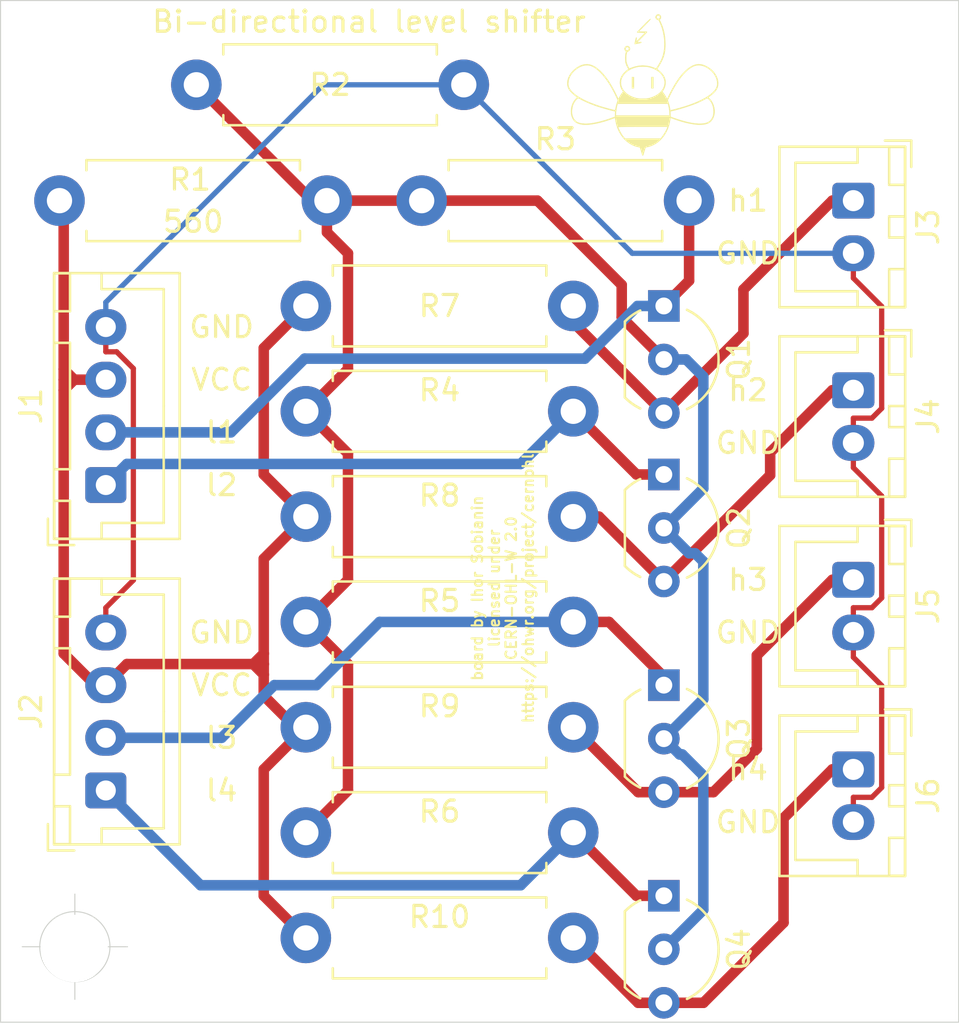
<source format=kicad_pcb>
(kicad_pcb (version 20171130) (host pcbnew "(5.1.12)-1")

  (general
    (thickness 1.6)
    (drawings 27)
    (tracks 141)
    (zones 0)
    (modules 25)
    (nets 12)
  )

  (page A4)
  (layers
    (0 F.Cu signal)
    (31 B.Cu signal)
    (32 B.Adhes user hide)
    (33 F.Adhes user hide)
    (34 B.Paste user hide)
    (35 F.Paste user hide)
    (36 B.SilkS user hide)
    (37 F.SilkS user hide)
    (38 B.Mask user hide)
    (39 F.Mask user hide)
    (40 Dwgs.User user hide)
    (41 Cmts.User user hide)
    (42 Eco1.User user hide)
    (43 Eco2.User user hide)
    (44 Edge.Cuts user)
    (45 Margin user hide)
    (46 B.CrtYd user hide)
    (47 F.CrtYd user hide)
    (48 B.Fab user hide)
    (49 F.Fab user hide)
  )

  (setup
    (last_trace_width 0.25)
    (user_trace_width 0.5)
    (trace_clearance 0.2)
    (zone_clearance 0.5)
    (zone_45_only no)
    (trace_min 0.2)
    (via_size 0.8)
    (via_drill 0.4)
    (via_min_size 0.4)
    (via_min_drill 0.3)
    (uvia_size 0.3)
    (uvia_drill 0.1)
    (uvias_allowed no)
    (uvia_min_size 0.2)
    (uvia_min_drill 0.1)
    (edge_width 0.05)
    (segment_width 0.2)
    (pcb_text_width 0.3)
    (pcb_text_size 1.5 1.5)
    (mod_edge_width 0.12)
    (mod_text_size 1 1)
    (mod_text_width 0.15)
    (pad_size 1.524 1.524)
    (pad_drill 0.762)
    (pad_to_mask_clearance 0)
    (aux_axis_origin 0 0)
    (visible_elements 7FFFFFFF)
    (pcbplotparams
      (layerselection 0x3ffff_ffffffff)
      (usegerberextensions false)
      (usegerberattributes true)
      (usegerberadvancedattributes true)
      (creategerberjobfile true)
      (excludeedgelayer true)
      (linewidth 0.100000)
      (plotframeref false)
      (viasonmask false)
      (mode 1)
      (useauxorigin false)
      (hpglpennumber 1)
      (hpglpenspeed 20)
      (hpglpendiameter 15.000000)
      (psnegative false)
      (psa4output false)
      (plotreference true)
      (plotvalue true)
      (plotinvisibletext false)
      (padsonsilk false)
      (subtractmaskfromsilk false)
      (outputformat 1)
      (mirror false)
      (drillshape 0)
      (scaleselection 1)
      (outputdirectory "gerber/"))
  )

  (net 0 "")
  (net 1 GND)
  (net 2 +5V)
  (net 3 d2_l)
  (net 4 d1_l)
  (net 5 d4_l)
  (net 6 d3_l)
  (net 7 d1_h)
  (net 8 d2_h)
  (net 9 d3_h)
  (net 10 d4_h)
  (net 11 +3V3)

  (net_class Default "This is the default net class."
    (clearance 0.2)
    (trace_width 0.25)
    (via_dia 0.8)
    (via_drill 0.4)
    (uvia_dia 0.3)
    (uvia_drill 0.1)
    (add_net +3V3)
    (add_net +5V)
    (add_net GND)
    (add_net d1_h)
    (add_net d1_l)
    (add_net d2_h)
    (add_net d2_l)
    (add_net d3_h)
    (add_net d3_l)
    (add_net d4_h)
    (add_net d4_l)
  )

  (module Resistor_THT:R_Axial_DIN0411_L9.9mm_D3.6mm_P12.70mm_Horizontal (layer F.Cu) (tedit 5AE5139B) (tstamp 60E9DD53)
    (at 124 105.5)
    (descr "Resistor, Axial_DIN0411 series, Axial, Horizontal, pin pitch=12.7mm, 1W, length*diameter=9.9*3.6mm^2")
    (tags "Resistor Axial_DIN0411 series Axial Horizontal pin pitch 12.7mm 1W length 9.9mm diameter 3.6mm")
    (path /60EE73AC)
    (fp_text reference R10 (at 6.35 -1) (layer F.SilkS)
      (effects (font (size 1 1) (thickness 0.15)))
    )
    (fp_text value 1k (at 6.35 2.92) (layer F.Fab)
      (effects (font (size 1 1) (thickness 0.15)))
    )
    (fp_line (start 1.4 -1.8) (end 1.4 1.8) (layer F.Fab) (width 0.1))
    (fp_line (start 1.4 1.8) (end 11.3 1.8) (layer F.Fab) (width 0.1))
    (fp_line (start 11.3 1.8) (end 11.3 -1.8) (layer F.Fab) (width 0.1))
    (fp_line (start 11.3 -1.8) (end 1.4 -1.8) (layer F.Fab) (width 0.1))
    (fp_line (start 0 0) (end 1.4 0) (layer F.Fab) (width 0.1))
    (fp_line (start 12.7 0) (end 11.3 0) (layer F.Fab) (width 0.1))
    (fp_line (start 1.28 -1.44) (end 1.28 -1.92) (layer F.SilkS) (width 0.12))
    (fp_line (start 1.28 -1.92) (end 11.42 -1.92) (layer F.SilkS) (width 0.12))
    (fp_line (start 11.42 -1.92) (end 11.42 -1.44) (layer F.SilkS) (width 0.12))
    (fp_line (start 1.28 1.44) (end 1.28 1.92) (layer F.SilkS) (width 0.12))
    (fp_line (start 1.28 1.92) (end 11.42 1.92) (layer F.SilkS) (width 0.12))
    (fp_line (start 11.42 1.92) (end 11.42 1.44) (layer F.SilkS) (width 0.12))
    (fp_line (start -1.45 -2.05) (end -1.45 2.05) (layer F.CrtYd) (width 0.05))
    (fp_line (start -1.45 2.05) (end 14.15 2.05) (layer F.CrtYd) (width 0.05))
    (fp_line (start 14.15 2.05) (end 14.15 -2.05) (layer F.CrtYd) (width 0.05))
    (fp_line (start 14.15 -2.05) (end -1.45 -2.05) (layer F.CrtYd) (width 0.05))
    (fp_text user %R (at 6.35 0) (layer F.Fab)
      (effects (font (size 1 1) (thickness 0.15)))
    )
    (pad 2 thru_hole oval (at 12.7 0) (size 2.4 2.4) (drill 1.2) (layers *.Cu *.Mask)
      (net 10 d4_h))
    (pad 1 thru_hole circle (at 0 0) (size 2.4 2.4) (drill 1.2) (layers *.Cu *.Mask)
      (net 2 +5V))
    (model ${KISYS3DMOD}/Resistor_THT.3dshapes/R_Axial_DIN0411_L9.9mm_D3.6mm_P12.70mm_Horizontal.wrl
      (at (xyz 0 0 0))
      (scale (xyz 1 1 1))
      (rotate (xyz 0 0 0))
    )
  )

  (module Resistor_THT:R_Axial_DIN0411_L9.9mm_D3.6mm_P12.70mm_Horizontal (layer F.Cu) (tedit 5AE5139B) (tstamp 60E9DD3C)
    (at 124 95.5)
    (descr "Resistor, Axial_DIN0411 series, Axial, Horizontal, pin pitch=12.7mm, 1W, length*diameter=9.9*3.6mm^2")
    (tags "Resistor Axial_DIN0411 series Axial Horizontal pin pitch 12.7mm 1W length 9.9mm diameter 3.6mm")
    (path /60EE3ED7)
    (fp_text reference R9 (at 6.35 -1) (layer F.SilkS)
      (effects (font (size 1 1) (thickness 0.15)))
    )
    (fp_text value 1k (at 6.35 2.92) (layer F.Fab)
      (effects (font (size 1 1) (thickness 0.15)))
    )
    (fp_line (start 1.4 -1.8) (end 1.4 1.8) (layer F.Fab) (width 0.1))
    (fp_line (start 1.4 1.8) (end 11.3 1.8) (layer F.Fab) (width 0.1))
    (fp_line (start 11.3 1.8) (end 11.3 -1.8) (layer F.Fab) (width 0.1))
    (fp_line (start 11.3 -1.8) (end 1.4 -1.8) (layer F.Fab) (width 0.1))
    (fp_line (start 0 0) (end 1.4 0) (layer F.Fab) (width 0.1))
    (fp_line (start 12.7 0) (end 11.3 0) (layer F.Fab) (width 0.1))
    (fp_line (start 1.28 -1.44) (end 1.28 -1.92) (layer F.SilkS) (width 0.12))
    (fp_line (start 1.28 -1.92) (end 11.42 -1.92) (layer F.SilkS) (width 0.12))
    (fp_line (start 11.42 -1.92) (end 11.42 -1.44) (layer F.SilkS) (width 0.12))
    (fp_line (start 1.28 1.44) (end 1.28 1.92) (layer F.SilkS) (width 0.12))
    (fp_line (start 1.28 1.92) (end 11.42 1.92) (layer F.SilkS) (width 0.12))
    (fp_line (start 11.42 1.92) (end 11.42 1.44) (layer F.SilkS) (width 0.12))
    (fp_line (start -1.45 -2.05) (end -1.45 2.05) (layer F.CrtYd) (width 0.05))
    (fp_line (start -1.45 2.05) (end 14.15 2.05) (layer F.CrtYd) (width 0.05))
    (fp_line (start 14.15 2.05) (end 14.15 -2.05) (layer F.CrtYd) (width 0.05))
    (fp_line (start 14.15 -2.05) (end -1.45 -2.05) (layer F.CrtYd) (width 0.05))
    (fp_text user %R (at 6.35 0) (layer F.Fab)
      (effects (font (size 1 1) (thickness 0.15)))
    )
    (pad 2 thru_hole oval (at 12.7 0) (size 2.4 2.4) (drill 1.2) (layers *.Cu *.Mask)
      (net 9 d3_h))
    (pad 1 thru_hole circle (at 0 0) (size 2.4 2.4) (drill 1.2) (layers *.Cu *.Mask)
      (net 2 +5V))
    (model ${KISYS3DMOD}/Resistor_THT.3dshapes/R_Axial_DIN0411_L9.9mm_D3.6mm_P12.70mm_Horizontal.wrl
      (at (xyz 0 0 0))
      (scale (xyz 1 1 1))
      (rotate (xyz 0 0 0))
    )
  )

  (module Resistor_THT:R_Axial_DIN0411_L9.9mm_D3.6mm_P12.70mm_Horizontal (layer F.Cu) (tedit 5AE5139B) (tstamp 60E9DD25)
    (at 124 85.5)
    (descr "Resistor, Axial_DIN0411 series, Axial, Horizontal, pin pitch=12.7mm, 1W, length*diameter=9.9*3.6mm^2")
    (tags "Resistor Axial_DIN0411 series Axial Horizontal pin pitch 12.7mm 1W length 9.9mm diameter 3.6mm")
    (path /60EE10F5)
    (fp_text reference R8 (at 6.35 -1) (layer F.SilkS)
      (effects (font (size 1 1) (thickness 0.15)))
    )
    (fp_text value 1k (at 6.35 2.92) (layer F.Fab)
      (effects (font (size 1 1) (thickness 0.15)))
    )
    (fp_line (start 1.4 -1.8) (end 1.4 1.8) (layer F.Fab) (width 0.1))
    (fp_line (start 1.4 1.8) (end 11.3 1.8) (layer F.Fab) (width 0.1))
    (fp_line (start 11.3 1.8) (end 11.3 -1.8) (layer F.Fab) (width 0.1))
    (fp_line (start 11.3 -1.8) (end 1.4 -1.8) (layer F.Fab) (width 0.1))
    (fp_line (start 0 0) (end 1.4 0) (layer F.Fab) (width 0.1))
    (fp_line (start 12.7 0) (end 11.3 0) (layer F.Fab) (width 0.1))
    (fp_line (start 1.28 -1.44) (end 1.28 -1.92) (layer F.SilkS) (width 0.12))
    (fp_line (start 1.28 -1.92) (end 11.42 -1.92) (layer F.SilkS) (width 0.12))
    (fp_line (start 11.42 -1.92) (end 11.42 -1.44) (layer F.SilkS) (width 0.12))
    (fp_line (start 1.28 1.44) (end 1.28 1.92) (layer F.SilkS) (width 0.12))
    (fp_line (start 1.28 1.92) (end 11.42 1.92) (layer F.SilkS) (width 0.12))
    (fp_line (start 11.42 1.92) (end 11.42 1.44) (layer F.SilkS) (width 0.12))
    (fp_line (start -1.45 -2.05) (end -1.45 2.05) (layer F.CrtYd) (width 0.05))
    (fp_line (start -1.45 2.05) (end 14.15 2.05) (layer F.CrtYd) (width 0.05))
    (fp_line (start 14.15 2.05) (end 14.15 -2.05) (layer F.CrtYd) (width 0.05))
    (fp_line (start 14.15 -2.05) (end -1.45 -2.05) (layer F.CrtYd) (width 0.05))
    (fp_text user %R (at 6.35 0) (layer F.Fab)
      (effects (font (size 1 1) (thickness 0.15)))
    )
    (pad 2 thru_hole oval (at 12.7 0) (size 2.4 2.4) (drill 1.2) (layers *.Cu *.Mask)
      (net 8 d2_h))
    (pad 1 thru_hole circle (at 0 0) (size 2.4 2.4) (drill 1.2) (layers *.Cu *.Mask)
      (net 2 +5V))
    (model ${KISYS3DMOD}/Resistor_THT.3dshapes/R_Axial_DIN0411_L9.9mm_D3.6mm_P12.70mm_Horizontal.wrl
      (at (xyz 0 0 0))
      (scale (xyz 1 1 1))
      (rotate (xyz 0 0 0))
    )
  )

  (module Resistor_THT:R_Axial_DIN0411_L9.9mm_D3.6mm_P12.70mm_Horizontal (layer F.Cu) (tedit 5AE5139B) (tstamp 60E9DD0E)
    (at 124 75.5)
    (descr "Resistor, Axial_DIN0411 series, Axial, Horizontal, pin pitch=12.7mm, 1W, length*diameter=9.9*3.6mm^2")
    (tags "Resistor Axial_DIN0411 series Axial Horizontal pin pitch 12.7mm 1W length 9.9mm diameter 3.6mm")
    (path /60EA49F2)
    (fp_text reference R7 (at 6.35 0) (layer F.SilkS)
      (effects (font (size 1 1) (thickness 0.15)))
    )
    (fp_text value 1k (at 6.35 2.92) (layer F.Fab)
      (effects (font (size 1 1) (thickness 0.15)))
    )
    (fp_line (start 1.4 -1.8) (end 1.4 1.8) (layer F.Fab) (width 0.1))
    (fp_line (start 1.4 1.8) (end 11.3 1.8) (layer F.Fab) (width 0.1))
    (fp_line (start 11.3 1.8) (end 11.3 -1.8) (layer F.Fab) (width 0.1))
    (fp_line (start 11.3 -1.8) (end 1.4 -1.8) (layer F.Fab) (width 0.1))
    (fp_line (start 0 0) (end 1.4 0) (layer F.Fab) (width 0.1))
    (fp_line (start 12.7 0) (end 11.3 0) (layer F.Fab) (width 0.1))
    (fp_line (start 1.28 -1.44) (end 1.28 -1.92) (layer F.SilkS) (width 0.12))
    (fp_line (start 1.28 -1.92) (end 11.42 -1.92) (layer F.SilkS) (width 0.12))
    (fp_line (start 11.42 -1.92) (end 11.42 -1.44) (layer F.SilkS) (width 0.12))
    (fp_line (start 1.28 1.44) (end 1.28 1.92) (layer F.SilkS) (width 0.12))
    (fp_line (start 1.28 1.92) (end 11.42 1.92) (layer F.SilkS) (width 0.12))
    (fp_line (start 11.42 1.92) (end 11.42 1.44) (layer F.SilkS) (width 0.12))
    (fp_line (start -1.45 -2.05) (end -1.45 2.05) (layer F.CrtYd) (width 0.05))
    (fp_line (start -1.45 2.05) (end 14.15 2.05) (layer F.CrtYd) (width 0.05))
    (fp_line (start 14.15 2.05) (end 14.15 -2.05) (layer F.CrtYd) (width 0.05))
    (fp_line (start 14.15 -2.05) (end -1.45 -2.05) (layer F.CrtYd) (width 0.05))
    (fp_text user %R (at 6.35 0) (layer F.Fab)
      (effects (font (size 1 1) (thickness 0.15)))
    )
    (pad 2 thru_hole oval (at 12.7 0) (size 2.4 2.4) (drill 1.2) (layers *.Cu *.Mask)
      (net 7 d1_h))
    (pad 1 thru_hole circle (at 0 0) (size 2.4 2.4) (drill 1.2) (layers *.Cu *.Mask)
      (net 2 +5V))
    (model ${KISYS3DMOD}/Resistor_THT.3dshapes/R_Axial_DIN0411_L9.9mm_D3.6mm_P12.70mm_Horizontal.wrl
      (at (xyz 0 0 0))
      (scale (xyz 1 1 1))
      (rotate (xyz 0 0 0))
    )
  )

  (module Resistor_THT:R_Axial_DIN0411_L9.9mm_D3.6mm_P12.70mm_Horizontal (layer F.Cu) (tedit 5AE5139B) (tstamp 60E9DCF7)
    (at 124 100.5)
    (descr "Resistor, Axial_DIN0411 series, Axial, Horizontal, pin pitch=12.7mm, 1W, length*diameter=9.9*3.6mm^2")
    (tags "Resistor Axial_DIN0411 series Axial Horizontal pin pitch 12.7mm 1W length 9.9mm diameter 3.6mm")
    (path /60EE8F29)
    (fp_text reference R6 (at 6.35 -1) (layer F.SilkS)
      (effects (font (size 1 1) (thickness 0.15)))
    )
    (fp_text value 1k (at 6.35 2.92) (layer F.Fab)
      (effects (font (size 1 1) (thickness 0.15)))
    )
    (fp_line (start 1.4 -1.8) (end 1.4 1.8) (layer F.Fab) (width 0.1))
    (fp_line (start 1.4 1.8) (end 11.3 1.8) (layer F.Fab) (width 0.1))
    (fp_line (start 11.3 1.8) (end 11.3 -1.8) (layer F.Fab) (width 0.1))
    (fp_line (start 11.3 -1.8) (end 1.4 -1.8) (layer F.Fab) (width 0.1))
    (fp_line (start 0 0) (end 1.4 0) (layer F.Fab) (width 0.1))
    (fp_line (start 12.7 0) (end 11.3 0) (layer F.Fab) (width 0.1))
    (fp_line (start 1.28 -1.44) (end 1.28 -1.92) (layer F.SilkS) (width 0.12))
    (fp_line (start 1.28 -1.92) (end 11.42 -1.92) (layer F.SilkS) (width 0.12))
    (fp_line (start 11.42 -1.92) (end 11.42 -1.44) (layer F.SilkS) (width 0.12))
    (fp_line (start 1.28 1.44) (end 1.28 1.92) (layer F.SilkS) (width 0.12))
    (fp_line (start 1.28 1.92) (end 11.42 1.92) (layer F.SilkS) (width 0.12))
    (fp_line (start 11.42 1.92) (end 11.42 1.44) (layer F.SilkS) (width 0.12))
    (fp_line (start -1.45 -2.05) (end -1.45 2.05) (layer F.CrtYd) (width 0.05))
    (fp_line (start -1.45 2.05) (end 14.15 2.05) (layer F.CrtYd) (width 0.05))
    (fp_line (start 14.15 2.05) (end 14.15 -2.05) (layer F.CrtYd) (width 0.05))
    (fp_line (start 14.15 -2.05) (end -1.45 -2.05) (layer F.CrtYd) (width 0.05))
    (fp_text user %R (at 6.35 0) (layer F.Fab)
      (effects (font (size 1 1) (thickness 0.15)))
    )
    (pad 2 thru_hole oval (at 12.7 0) (size 2.4 2.4) (drill 1.2) (layers *.Cu *.Mask)
      (net 5 d4_l))
    (pad 1 thru_hole circle (at 0 0) (size 2.4 2.4) (drill 1.2) (layers *.Cu *.Mask)
      (net 11 +3V3))
    (model ${KISYS3DMOD}/Resistor_THT.3dshapes/R_Axial_DIN0411_L9.9mm_D3.6mm_P12.70mm_Horizontal.wrl
      (at (xyz 0 0 0))
      (scale (xyz 1 1 1))
      (rotate (xyz 0 0 0))
    )
  )

  (module Resistor_THT:R_Axial_DIN0411_L9.9mm_D3.6mm_P12.70mm_Horizontal (layer F.Cu) (tedit 5AE5139B) (tstamp 60E9DCE0)
    (at 124 90.5)
    (descr "Resistor, Axial_DIN0411 series, Axial, Horizontal, pin pitch=12.7mm, 1W, length*diameter=9.9*3.6mm^2")
    (tags "Resistor Axial_DIN0411 series Axial Horizontal pin pitch 12.7mm 1W length 9.9mm diameter 3.6mm")
    (path /60EE231B)
    (fp_text reference R5 (at 6.35 -1) (layer F.SilkS)
      (effects (font (size 1 1) (thickness 0.15)))
    )
    (fp_text value 1k (at 6.35 2.92) (layer F.Fab)
      (effects (font (size 1 1) (thickness 0.15)))
    )
    (fp_line (start 1.4 -1.8) (end 1.4 1.8) (layer F.Fab) (width 0.1))
    (fp_line (start 1.4 1.8) (end 11.3 1.8) (layer F.Fab) (width 0.1))
    (fp_line (start 11.3 1.8) (end 11.3 -1.8) (layer F.Fab) (width 0.1))
    (fp_line (start 11.3 -1.8) (end 1.4 -1.8) (layer F.Fab) (width 0.1))
    (fp_line (start 0 0) (end 1.4 0) (layer F.Fab) (width 0.1))
    (fp_line (start 12.7 0) (end 11.3 0) (layer F.Fab) (width 0.1))
    (fp_line (start 1.28 -1.44) (end 1.28 -1.92) (layer F.SilkS) (width 0.12))
    (fp_line (start 1.28 -1.92) (end 11.42 -1.92) (layer F.SilkS) (width 0.12))
    (fp_line (start 11.42 -1.92) (end 11.42 -1.44) (layer F.SilkS) (width 0.12))
    (fp_line (start 1.28 1.44) (end 1.28 1.92) (layer F.SilkS) (width 0.12))
    (fp_line (start 1.28 1.92) (end 11.42 1.92) (layer F.SilkS) (width 0.12))
    (fp_line (start 11.42 1.92) (end 11.42 1.44) (layer F.SilkS) (width 0.12))
    (fp_line (start -1.45 -2.05) (end -1.45 2.05) (layer F.CrtYd) (width 0.05))
    (fp_line (start -1.45 2.05) (end 14.15 2.05) (layer F.CrtYd) (width 0.05))
    (fp_line (start 14.15 2.05) (end 14.15 -2.05) (layer F.CrtYd) (width 0.05))
    (fp_line (start 14.15 -2.05) (end -1.45 -2.05) (layer F.CrtYd) (width 0.05))
    (fp_text user %R (at 6.35 0) (layer F.Fab)
      (effects (font (size 1 1) (thickness 0.15)))
    )
    (pad 2 thru_hole oval (at 12.7 0) (size 2.4 2.4) (drill 1.2) (layers *.Cu *.Mask)
      (net 6 d3_l))
    (pad 1 thru_hole circle (at 0 0) (size 2.4 2.4) (drill 1.2) (layers *.Cu *.Mask)
      (net 11 +3V3))
    (model ${KISYS3DMOD}/Resistor_THT.3dshapes/R_Axial_DIN0411_L9.9mm_D3.6mm_P12.70mm_Horizontal.wrl
      (at (xyz 0 0 0))
      (scale (xyz 1 1 1))
      (rotate (xyz 0 0 0))
    )
  )

  (module Resistor_THT:R_Axial_DIN0411_L9.9mm_D3.6mm_P12.70mm_Horizontal (layer F.Cu) (tedit 5AE5139B) (tstamp 60E9DCC9)
    (at 124 80.5)
    (descr "Resistor, Axial_DIN0411 series, Axial, Horizontal, pin pitch=12.7mm, 1W, length*diameter=9.9*3.6mm^2")
    (tags "Resistor Axial_DIN0411 series Axial Horizontal pin pitch 12.7mm 1W length 9.9mm diameter 3.6mm")
    (path /60EDF2D8)
    (fp_text reference R4 (at 6.35 -1) (layer F.SilkS)
      (effects (font (size 1 1) (thickness 0.15)))
    )
    (fp_text value 1k (at 6.35 2.92) (layer F.Fab)
      (effects (font (size 1 1) (thickness 0.15)))
    )
    (fp_line (start 1.4 -1.8) (end 1.4 1.8) (layer F.Fab) (width 0.1))
    (fp_line (start 1.4 1.8) (end 11.3 1.8) (layer F.Fab) (width 0.1))
    (fp_line (start 11.3 1.8) (end 11.3 -1.8) (layer F.Fab) (width 0.1))
    (fp_line (start 11.3 -1.8) (end 1.4 -1.8) (layer F.Fab) (width 0.1))
    (fp_line (start 0 0) (end 1.4 0) (layer F.Fab) (width 0.1))
    (fp_line (start 12.7 0) (end 11.3 0) (layer F.Fab) (width 0.1))
    (fp_line (start 1.28 -1.44) (end 1.28 -1.92) (layer F.SilkS) (width 0.12))
    (fp_line (start 1.28 -1.92) (end 11.42 -1.92) (layer F.SilkS) (width 0.12))
    (fp_line (start 11.42 -1.92) (end 11.42 -1.44) (layer F.SilkS) (width 0.12))
    (fp_line (start 1.28 1.44) (end 1.28 1.92) (layer F.SilkS) (width 0.12))
    (fp_line (start 1.28 1.92) (end 11.42 1.92) (layer F.SilkS) (width 0.12))
    (fp_line (start 11.42 1.92) (end 11.42 1.44) (layer F.SilkS) (width 0.12))
    (fp_line (start -1.45 -2.05) (end -1.45 2.05) (layer F.CrtYd) (width 0.05))
    (fp_line (start -1.45 2.05) (end 14.15 2.05) (layer F.CrtYd) (width 0.05))
    (fp_line (start 14.15 2.05) (end 14.15 -2.05) (layer F.CrtYd) (width 0.05))
    (fp_line (start 14.15 -2.05) (end -1.45 -2.05) (layer F.CrtYd) (width 0.05))
    (fp_text user %R (at 6.35 0) (layer F.Fab)
      (effects (font (size 1 1) (thickness 0.15)))
    )
    (pad 2 thru_hole oval (at 12.7 0) (size 2.4 2.4) (drill 1.2) (layers *.Cu *.Mask)
      (net 3 d2_l))
    (pad 1 thru_hole circle (at 0 0) (size 2.4 2.4) (drill 1.2) (layers *.Cu *.Mask)
      (net 11 +3V3))
    (model ${KISYS3DMOD}/Resistor_THT.3dshapes/R_Axial_DIN0411_L9.9mm_D3.6mm_P12.70mm_Horizontal.wrl
      (at (xyz 0 0 0))
      (scale (xyz 1 1 1))
      (rotate (xyz 0 0 0))
    )
  )

  (module Resistor_THT:R_Axial_DIN0411_L9.9mm_D3.6mm_P12.70mm_Horizontal (layer F.Cu) (tedit 5AE5139B) (tstamp 60E9DCB2)
    (at 129.5 70.5)
    (descr "Resistor, Axial_DIN0411 series, Axial, Horizontal, pin pitch=12.7mm, 1W, length*diameter=9.9*3.6mm^2")
    (tags "Resistor Axial_DIN0411 series Axial Horizontal pin pitch 12.7mm 1W length 9.9mm diameter 3.6mm")
    (path /60EA4D8D)
    (fp_text reference R3 (at 6.35 -2.92) (layer F.SilkS)
      (effects (font (size 1 1) (thickness 0.15)))
    )
    (fp_text value 1k (at 6.35 2.92) (layer F.Fab)
      (effects (font (size 1 1) (thickness 0.15)))
    )
    (fp_line (start 1.4 -1.8) (end 1.4 1.8) (layer F.Fab) (width 0.1))
    (fp_line (start 1.4 1.8) (end 11.3 1.8) (layer F.Fab) (width 0.1))
    (fp_line (start 11.3 1.8) (end 11.3 -1.8) (layer F.Fab) (width 0.1))
    (fp_line (start 11.3 -1.8) (end 1.4 -1.8) (layer F.Fab) (width 0.1))
    (fp_line (start 0 0) (end 1.4 0) (layer F.Fab) (width 0.1))
    (fp_line (start 12.7 0) (end 11.3 0) (layer F.Fab) (width 0.1))
    (fp_line (start 1.28 -1.44) (end 1.28 -1.92) (layer F.SilkS) (width 0.12))
    (fp_line (start 1.28 -1.92) (end 11.42 -1.92) (layer F.SilkS) (width 0.12))
    (fp_line (start 11.42 -1.92) (end 11.42 -1.44) (layer F.SilkS) (width 0.12))
    (fp_line (start 1.28 1.44) (end 1.28 1.92) (layer F.SilkS) (width 0.12))
    (fp_line (start 1.28 1.92) (end 11.42 1.92) (layer F.SilkS) (width 0.12))
    (fp_line (start 11.42 1.92) (end 11.42 1.44) (layer F.SilkS) (width 0.12))
    (fp_line (start -1.45 -2.05) (end -1.45 2.05) (layer F.CrtYd) (width 0.05))
    (fp_line (start -1.45 2.05) (end 14.15 2.05) (layer F.CrtYd) (width 0.05))
    (fp_line (start 14.15 2.05) (end 14.15 -2.05) (layer F.CrtYd) (width 0.05))
    (fp_line (start 14.15 -2.05) (end -1.45 -2.05) (layer F.CrtYd) (width 0.05))
    (fp_text user %R (at 6.35 0) (layer F.Fab)
      (effects (font (size 1 1) (thickness 0.15)))
    )
    (pad 2 thru_hole oval (at 12.7 0) (size 2.4 2.4) (drill 1.2) (layers *.Cu *.Mask)
      (net 4 d1_l))
    (pad 1 thru_hole circle (at 0 0) (size 2.4 2.4) (drill 1.2) (layers *.Cu *.Mask)
      (net 11 +3V3))
    (model ${KISYS3DMOD}/Resistor_THT.3dshapes/R_Axial_DIN0411_L9.9mm_D3.6mm_P12.70mm_Horizontal.wrl
      (at (xyz 0 0 0))
      (scale (xyz 1 1 1))
      (rotate (xyz 0 0 0))
    )
  )

  (module Resistor_THT:R_Axial_DIN0411_L9.9mm_D3.6mm_P12.70mm_Horizontal (layer F.Cu) (tedit 5AE5139B) (tstamp 60E9DC9B)
    (at 131.5 65 180)
    (descr "Resistor, Axial_DIN0411 series, Axial, Horizontal, pin pitch=12.7mm, 1W, length*diameter=9.9*3.6mm^2")
    (tags "Resistor Axial_DIN0411 series Axial Horizontal pin pitch 12.7mm 1W length 9.9mm diameter 3.6mm")
    (path /60EC4500)
    (fp_text reference R2 (at 6.35 0) (layer F.SilkS)
      (effects (font (size 1 1) (thickness 0.15)))
    )
    (fp_text value 1k (at 6.35 2.92) (layer F.Fab)
      (effects (font (size 1 1) (thickness 0.15)))
    )
    (fp_line (start 1.4 -1.8) (end 1.4 1.8) (layer F.Fab) (width 0.1))
    (fp_line (start 1.4 1.8) (end 11.3 1.8) (layer F.Fab) (width 0.1))
    (fp_line (start 11.3 1.8) (end 11.3 -1.8) (layer F.Fab) (width 0.1))
    (fp_line (start 11.3 -1.8) (end 1.4 -1.8) (layer F.Fab) (width 0.1))
    (fp_line (start 0 0) (end 1.4 0) (layer F.Fab) (width 0.1))
    (fp_line (start 12.7 0) (end 11.3 0) (layer F.Fab) (width 0.1))
    (fp_line (start 1.28 -1.44) (end 1.28 -1.92) (layer F.SilkS) (width 0.12))
    (fp_line (start 1.28 -1.92) (end 11.42 -1.92) (layer F.SilkS) (width 0.12))
    (fp_line (start 11.42 -1.92) (end 11.42 -1.44) (layer F.SilkS) (width 0.12))
    (fp_line (start 1.28 1.44) (end 1.28 1.92) (layer F.SilkS) (width 0.12))
    (fp_line (start 1.28 1.92) (end 11.42 1.92) (layer F.SilkS) (width 0.12))
    (fp_line (start 11.42 1.92) (end 11.42 1.44) (layer F.SilkS) (width 0.12))
    (fp_line (start -1.45 -2.05) (end -1.45 2.05) (layer F.CrtYd) (width 0.05))
    (fp_line (start -1.45 2.05) (end 14.15 2.05) (layer F.CrtYd) (width 0.05))
    (fp_line (start 14.15 2.05) (end 14.15 -2.05) (layer F.CrtYd) (width 0.05))
    (fp_line (start 14.15 -2.05) (end -1.45 -2.05) (layer F.CrtYd) (width 0.05))
    (fp_text user %R (at 6.35 0) (layer F.Fab)
      (effects (font (size 1 1) (thickness 0.15)))
    )
    (pad 2 thru_hole oval (at 12.7 0 180) (size 2.4 2.4) (drill 1.2) (layers *.Cu *.Mask)
      (net 11 +3V3))
    (pad 1 thru_hole circle (at 0 0 180) (size 2.4 2.4) (drill 1.2) (layers *.Cu *.Mask)
      (net 1 GND))
    (model ${KISYS3DMOD}/Resistor_THT.3dshapes/R_Axial_DIN0411_L9.9mm_D3.6mm_P12.70mm_Horizontal.wrl
      (at (xyz 0 0 0))
      (scale (xyz 1 1 1))
      (rotate (xyz 0 0 0))
    )
  )

  (module Resistor_THT:R_Axial_DIN0411_L9.9mm_D3.6mm_P12.70mm_Horizontal (layer F.Cu) (tedit 5AE5139B) (tstamp 60E9DC84)
    (at 125 70.5 180)
    (descr "Resistor, Axial_DIN0411 series, Axial, Horizontal, pin pitch=12.7mm, 1W, length*diameter=9.9*3.6mm^2")
    (tags "Resistor Axial_DIN0411 series Axial Horizontal pin pitch 12.7mm 1W length 9.9mm diameter 3.6mm")
    (path /60EC2100)
    (fp_text reference R1 (at 6.5 1) (layer F.SilkS)
      (effects (font (size 1 1) (thickness 0.15)))
    )
    (fp_text value 560 (at 6.35 -1) (layer F.SilkS)
      (effects (font (size 1 1) (thickness 0.15)))
    )
    (fp_line (start 1.4 -1.8) (end 1.4 1.8) (layer F.Fab) (width 0.1))
    (fp_line (start 1.4 1.8) (end 11.3 1.8) (layer F.Fab) (width 0.1))
    (fp_line (start 11.3 1.8) (end 11.3 -1.8) (layer F.Fab) (width 0.1))
    (fp_line (start 11.3 -1.8) (end 1.4 -1.8) (layer F.Fab) (width 0.1))
    (fp_line (start 0 0) (end 1.4 0) (layer F.Fab) (width 0.1))
    (fp_line (start 12.7 0) (end 11.3 0) (layer F.Fab) (width 0.1))
    (fp_line (start 1.28 -1.44) (end 1.28 -1.92) (layer F.SilkS) (width 0.12))
    (fp_line (start 1.28 -1.92) (end 11.42 -1.92) (layer F.SilkS) (width 0.12))
    (fp_line (start 11.42 -1.92) (end 11.42 -1.44) (layer F.SilkS) (width 0.12))
    (fp_line (start 1.28 1.44) (end 1.28 1.92) (layer F.SilkS) (width 0.12))
    (fp_line (start 1.28 1.92) (end 11.42 1.92) (layer F.SilkS) (width 0.12))
    (fp_line (start 11.42 1.92) (end 11.42 1.44) (layer F.SilkS) (width 0.12))
    (fp_line (start -1.45 -2.05) (end -1.45 2.05) (layer F.CrtYd) (width 0.05))
    (fp_line (start -1.45 2.05) (end 14.15 2.05) (layer F.CrtYd) (width 0.05))
    (fp_line (start 14.15 2.05) (end 14.15 -2.05) (layer F.CrtYd) (width 0.05))
    (fp_line (start 14.15 -2.05) (end -1.45 -2.05) (layer F.CrtYd) (width 0.05))
    (fp_text user %R (at 6.35 0) (layer F.Fab)
      (effects (font (size 1 1) (thickness 0.15)))
    )
    (pad 2 thru_hole oval (at 12.7 0 180) (size 2.4 2.4) (drill 1.2) (layers *.Cu *.Mask)
      (net 2 +5V))
    (pad 1 thru_hole circle (at 0 0 180) (size 2.4 2.4) (drill 1.2) (layers *.Cu *.Mask)
      (net 11 +3V3))
    (model ${KISYS3DMOD}/Resistor_THT.3dshapes/R_Axial_DIN0411_L9.9mm_D3.6mm_P12.70mm_Horizontal.wrl
      (at (xyz 0 0 0))
      (scale (xyz 1 1 1))
      (rotate (xyz 0 0 0))
    )
  )

  (module Connector_JST:JST_XH_B2B-XH-A_1x02_P2.50mm_Vertical (layer F.Cu) (tedit 5C28146C) (tstamp 60E9DC25)
    (at 150 97.5 270)
    (descr "JST XH series connector, B2B-XH-A (http://www.jst-mfg.com/product/pdf/eng/eXH.pdf), generated with kicad-footprint-generator")
    (tags "connector JST XH vertical")
    (path /60EB87D6)
    (fp_text reference J6 (at 1.25 -3.55 90) (layer F.SilkS)
      (effects (font (size 1 1) (thickness 0.15)))
    )
    (fp_text value Conn_01x02 (at 1.25 4.6 90) (layer F.Fab)
      (effects (font (size 1 1) (thickness 0.15)))
    )
    (fp_line (start -2.45 -2.35) (end -2.45 3.4) (layer F.Fab) (width 0.1))
    (fp_line (start -2.45 3.4) (end 4.95 3.4) (layer F.Fab) (width 0.1))
    (fp_line (start 4.95 3.4) (end 4.95 -2.35) (layer F.Fab) (width 0.1))
    (fp_line (start 4.95 -2.35) (end -2.45 -2.35) (layer F.Fab) (width 0.1))
    (fp_line (start -2.56 -2.46) (end -2.56 3.51) (layer F.SilkS) (width 0.12))
    (fp_line (start -2.56 3.51) (end 5.06 3.51) (layer F.SilkS) (width 0.12))
    (fp_line (start 5.06 3.51) (end 5.06 -2.46) (layer F.SilkS) (width 0.12))
    (fp_line (start 5.06 -2.46) (end -2.56 -2.46) (layer F.SilkS) (width 0.12))
    (fp_line (start -2.95 -2.85) (end -2.95 3.9) (layer F.CrtYd) (width 0.05))
    (fp_line (start -2.95 3.9) (end 5.45 3.9) (layer F.CrtYd) (width 0.05))
    (fp_line (start 5.45 3.9) (end 5.45 -2.85) (layer F.CrtYd) (width 0.05))
    (fp_line (start 5.45 -2.85) (end -2.95 -2.85) (layer F.CrtYd) (width 0.05))
    (fp_line (start -0.625 -2.35) (end 0 -1.35) (layer F.Fab) (width 0.1))
    (fp_line (start 0 -1.35) (end 0.625 -2.35) (layer F.Fab) (width 0.1))
    (fp_line (start 0.75 -2.45) (end 0.75 -1.7) (layer F.SilkS) (width 0.12))
    (fp_line (start 0.75 -1.7) (end 1.75 -1.7) (layer F.SilkS) (width 0.12))
    (fp_line (start 1.75 -1.7) (end 1.75 -2.45) (layer F.SilkS) (width 0.12))
    (fp_line (start 1.75 -2.45) (end 0.75 -2.45) (layer F.SilkS) (width 0.12))
    (fp_line (start -2.55 -2.45) (end -2.55 -1.7) (layer F.SilkS) (width 0.12))
    (fp_line (start -2.55 -1.7) (end -0.75 -1.7) (layer F.SilkS) (width 0.12))
    (fp_line (start -0.75 -1.7) (end -0.75 -2.45) (layer F.SilkS) (width 0.12))
    (fp_line (start -0.75 -2.45) (end -2.55 -2.45) (layer F.SilkS) (width 0.12))
    (fp_line (start 3.25 -2.45) (end 3.25 -1.7) (layer F.SilkS) (width 0.12))
    (fp_line (start 3.25 -1.7) (end 5.05 -1.7) (layer F.SilkS) (width 0.12))
    (fp_line (start 5.05 -1.7) (end 5.05 -2.45) (layer F.SilkS) (width 0.12))
    (fp_line (start 5.05 -2.45) (end 3.25 -2.45) (layer F.SilkS) (width 0.12))
    (fp_line (start -2.55 -0.2) (end -1.8 -0.2) (layer F.SilkS) (width 0.12))
    (fp_line (start -1.8 -0.2) (end -1.8 2.75) (layer F.SilkS) (width 0.12))
    (fp_line (start -1.8 2.75) (end 1.25 2.75) (layer F.SilkS) (width 0.12))
    (fp_line (start 5.05 -0.2) (end 4.3 -0.2) (layer F.SilkS) (width 0.12))
    (fp_line (start 4.3 -0.2) (end 4.3 2.75) (layer F.SilkS) (width 0.12))
    (fp_line (start 4.3 2.75) (end 1.25 2.75) (layer F.SilkS) (width 0.12))
    (fp_line (start -1.6 -2.75) (end -2.85 -2.75) (layer F.SilkS) (width 0.12))
    (fp_line (start -2.85 -2.75) (end -2.85 -1.5) (layer F.SilkS) (width 0.12))
    (fp_text user %R (at 1.25 2.7 90) (layer F.Fab)
      (effects (font (size 1 1) (thickness 0.15)))
    )
    (pad 2 thru_hole oval (at 2.5 0 270) (size 1.7 2) (drill 1) (layers *.Cu *.Mask)
      (net 1 GND))
    (pad 1 thru_hole roundrect (at 0 0 270) (size 1.7 2) (drill 1) (layers *.Cu *.Mask) (roundrect_rratio 0.1470588235294118)
      (net 10 d4_h))
    (model ${KISYS3DMOD}/Connector_JST.3dshapes/JST_XH_B2B-XH-A_1x02_P2.50mm_Vertical.wrl
      (at (xyz 0 0 0))
      (scale (xyz 1 1 1))
      (rotate (xyz 0 0 0))
    )
  )

  (module Connector_JST:JST_XH_B2B-XH-A_1x02_P2.50mm_Vertical (layer F.Cu) (tedit 5C28146C) (tstamp 60E9DBFC)
    (at 150 88.5 270)
    (descr "JST XH series connector, B2B-XH-A (http://www.jst-mfg.com/product/pdf/eng/eXH.pdf), generated with kicad-footprint-generator")
    (tags "connector JST XH vertical")
    (path /60EB810D)
    (fp_text reference J5 (at 1.25 -3.55 90) (layer F.SilkS)
      (effects (font (size 1 1) (thickness 0.15)))
    )
    (fp_text value Conn_01x02 (at 1.25 4.6 90) (layer F.Fab)
      (effects (font (size 1 1) (thickness 0.15)))
    )
    (fp_line (start -2.45 -2.35) (end -2.45 3.4) (layer F.Fab) (width 0.1))
    (fp_line (start -2.45 3.4) (end 4.95 3.4) (layer F.Fab) (width 0.1))
    (fp_line (start 4.95 3.4) (end 4.95 -2.35) (layer F.Fab) (width 0.1))
    (fp_line (start 4.95 -2.35) (end -2.45 -2.35) (layer F.Fab) (width 0.1))
    (fp_line (start -2.56 -2.46) (end -2.56 3.51) (layer F.SilkS) (width 0.12))
    (fp_line (start -2.56 3.51) (end 5.06 3.51) (layer F.SilkS) (width 0.12))
    (fp_line (start 5.06 3.51) (end 5.06 -2.46) (layer F.SilkS) (width 0.12))
    (fp_line (start 5.06 -2.46) (end -2.56 -2.46) (layer F.SilkS) (width 0.12))
    (fp_line (start -2.95 -2.85) (end -2.95 3.9) (layer F.CrtYd) (width 0.05))
    (fp_line (start -2.95 3.9) (end 5.45 3.9) (layer F.CrtYd) (width 0.05))
    (fp_line (start 5.45 3.9) (end 5.45 -2.85) (layer F.CrtYd) (width 0.05))
    (fp_line (start 5.45 -2.85) (end -2.95 -2.85) (layer F.CrtYd) (width 0.05))
    (fp_line (start -0.625 -2.35) (end 0 -1.35) (layer F.Fab) (width 0.1))
    (fp_line (start 0 -1.35) (end 0.625 -2.35) (layer F.Fab) (width 0.1))
    (fp_line (start 0.75 -2.45) (end 0.75 -1.7) (layer F.SilkS) (width 0.12))
    (fp_line (start 0.75 -1.7) (end 1.75 -1.7) (layer F.SilkS) (width 0.12))
    (fp_line (start 1.75 -1.7) (end 1.75 -2.45) (layer F.SilkS) (width 0.12))
    (fp_line (start 1.75 -2.45) (end 0.75 -2.45) (layer F.SilkS) (width 0.12))
    (fp_line (start -2.55 -2.45) (end -2.55 -1.7) (layer F.SilkS) (width 0.12))
    (fp_line (start -2.55 -1.7) (end -0.75 -1.7) (layer F.SilkS) (width 0.12))
    (fp_line (start -0.75 -1.7) (end -0.75 -2.45) (layer F.SilkS) (width 0.12))
    (fp_line (start -0.75 -2.45) (end -2.55 -2.45) (layer F.SilkS) (width 0.12))
    (fp_line (start 3.25 -2.45) (end 3.25 -1.7) (layer F.SilkS) (width 0.12))
    (fp_line (start 3.25 -1.7) (end 5.05 -1.7) (layer F.SilkS) (width 0.12))
    (fp_line (start 5.05 -1.7) (end 5.05 -2.45) (layer F.SilkS) (width 0.12))
    (fp_line (start 5.05 -2.45) (end 3.25 -2.45) (layer F.SilkS) (width 0.12))
    (fp_line (start -2.55 -0.2) (end -1.8 -0.2) (layer F.SilkS) (width 0.12))
    (fp_line (start -1.8 -0.2) (end -1.8 2.75) (layer F.SilkS) (width 0.12))
    (fp_line (start -1.8 2.75) (end 1.25 2.75) (layer F.SilkS) (width 0.12))
    (fp_line (start 5.05 -0.2) (end 4.3 -0.2) (layer F.SilkS) (width 0.12))
    (fp_line (start 4.3 -0.2) (end 4.3 2.75) (layer F.SilkS) (width 0.12))
    (fp_line (start 4.3 2.75) (end 1.25 2.75) (layer F.SilkS) (width 0.12))
    (fp_line (start -1.6 -2.75) (end -2.85 -2.75) (layer F.SilkS) (width 0.12))
    (fp_line (start -2.85 -2.75) (end -2.85 -1.5) (layer F.SilkS) (width 0.12))
    (fp_text user %R (at 1.25 2.7 90) (layer F.Fab)
      (effects (font (size 1 1) (thickness 0.15)))
    )
    (pad 2 thru_hole oval (at 2.5 0 270) (size 1.7 2) (drill 1) (layers *.Cu *.Mask)
      (net 1 GND))
    (pad 1 thru_hole roundrect (at 0 0 270) (size 1.7 2) (drill 1) (layers *.Cu *.Mask) (roundrect_rratio 0.1470588235294118)
      (net 9 d3_h))
    (model ${KISYS3DMOD}/Connector_JST.3dshapes/JST_XH_B2B-XH-A_1x02_P2.50mm_Vertical.wrl
      (at (xyz 0 0 0))
      (scale (xyz 1 1 1))
      (rotate (xyz 0 0 0))
    )
  )

  (module Connector_JST:JST_XH_B2B-XH-A_1x02_P2.50mm_Vertical (layer F.Cu) (tedit 5C28146C) (tstamp 60E9DBD3)
    (at 150 79.5 270)
    (descr "JST XH series connector, B2B-XH-A (http://www.jst-mfg.com/product/pdf/eng/eXH.pdf), generated with kicad-footprint-generator")
    (tags "connector JST XH vertical")
    (path /60EB7E6D)
    (fp_text reference J4 (at 1.25 -3.55 90) (layer F.SilkS)
      (effects (font (size 1 1) (thickness 0.15)))
    )
    (fp_text value Conn_01x02 (at 1.25 4.6 90) (layer F.Fab)
      (effects (font (size 1 1) (thickness 0.15)))
    )
    (fp_line (start -2.45 -2.35) (end -2.45 3.4) (layer F.Fab) (width 0.1))
    (fp_line (start -2.45 3.4) (end 4.95 3.4) (layer F.Fab) (width 0.1))
    (fp_line (start 4.95 3.4) (end 4.95 -2.35) (layer F.Fab) (width 0.1))
    (fp_line (start 4.95 -2.35) (end -2.45 -2.35) (layer F.Fab) (width 0.1))
    (fp_line (start -2.56 -2.46) (end -2.56 3.51) (layer F.SilkS) (width 0.12))
    (fp_line (start -2.56 3.51) (end 5.06 3.51) (layer F.SilkS) (width 0.12))
    (fp_line (start 5.06 3.51) (end 5.06 -2.46) (layer F.SilkS) (width 0.12))
    (fp_line (start 5.06 -2.46) (end -2.56 -2.46) (layer F.SilkS) (width 0.12))
    (fp_line (start -2.95 -2.85) (end -2.95 3.9) (layer F.CrtYd) (width 0.05))
    (fp_line (start -2.95 3.9) (end 5.45 3.9) (layer F.CrtYd) (width 0.05))
    (fp_line (start 5.45 3.9) (end 5.45 -2.85) (layer F.CrtYd) (width 0.05))
    (fp_line (start 5.45 -2.85) (end -2.95 -2.85) (layer F.CrtYd) (width 0.05))
    (fp_line (start -0.625 -2.35) (end 0 -1.35) (layer F.Fab) (width 0.1))
    (fp_line (start 0 -1.35) (end 0.625 -2.35) (layer F.Fab) (width 0.1))
    (fp_line (start 0.75 -2.45) (end 0.75 -1.7) (layer F.SilkS) (width 0.12))
    (fp_line (start 0.75 -1.7) (end 1.75 -1.7) (layer F.SilkS) (width 0.12))
    (fp_line (start 1.75 -1.7) (end 1.75 -2.45) (layer F.SilkS) (width 0.12))
    (fp_line (start 1.75 -2.45) (end 0.75 -2.45) (layer F.SilkS) (width 0.12))
    (fp_line (start -2.55 -2.45) (end -2.55 -1.7) (layer F.SilkS) (width 0.12))
    (fp_line (start -2.55 -1.7) (end -0.75 -1.7) (layer F.SilkS) (width 0.12))
    (fp_line (start -0.75 -1.7) (end -0.75 -2.45) (layer F.SilkS) (width 0.12))
    (fp_line (start -0.75 -2.45) (end -2.55 -2.45) (layer F.SilkS) (width 0.12))
    (fp_line (start 3.25 -2.45) (end 3.25 -1.7) (layer F.SilkS) (width 0.12))
    (fp_line (start 3.25 -1.7) (end 5.05 -1.7) (layer F.SilkS) (width 0.12))
    (fp_line (start 5.05 -1.7) (end 5.05 -2.45) (layer F.SilkS) (width 0.12))
    (fp_line (start 5.05 -2.45) (end 3.25 -2.45) (layer F.SilkS) (width 0.12))
    (fp_line (start -2.55 -0.2) (end -1.8 -0.2) (layer F.SilkS) (width 0.12))
    (fp_line (start -1.8 -0.2) (end -1.8 2.75) (layer F.SilkS) (width 0.12))
    (fp_line (start -1.8 2.75) (end 1.25 2.75) (layer F.SilkS) (width 0.12))
    (fp_line (start 5.05 -0.2) (end 4.3 -0.2) (layer F.SilkS) (width 0.12))
    (fp_line (start 4.3 -0.2) (end 4.3 2.75) (layer F.SilkS) (width 0.12))
    (fp_line (start 4.3 2.75) (end 1.25 2.75) (layer F.SilkS) (width 0.12))
    (fp_line (start -1.6 -2.75) (end -2.85 -2.75) (layer F.SilkS) (width 0.12))
    (fp_line (start -2.85 -2.75) (end -2.85 -1.5) (layer F.SilkS) (width 0.12))
    (fp_text user %R (at 1.25 2.7 90) (layer F.Fab)
      (effects (font (size 1 1) (thickness 0.15)))
    )
    (pad 2 thru_hole oval (at 2.5 0 270) (size 1.7 2) (drill 1) (layers *.Cu *.Mask)
      (net 1 GND))
    (pad 1 thru_hole roundrect (at 0 0 270) (size 1.7 2) (drill 1) (layers *.Cu *.Mask) (roundrect_rratio 0.1470588235294118)
      (net 8 d2_h))
    (model ${KISYS3DMOD}/Connector_JST.3dshapes/JST_XH_B2B-XH-A_1x02_P2.50mm_Vertical.wrl
      (at (xyz 0 0 0))
      (scale (xyz 1 1 1))
      (rotate (xyz 0 0 0))
    )
  )

  (module Connector_JST:JST_XH_B2B-XH-A_1x02_P2.50mm_Vertical (layer F.Cu) (tedit 5C28146C) (tstamp 60E9DBAA)
    (at 150 70.5 270)
    (descr "JST XH series connector, B2B-XH-A (http://www.jst-mfg.com/product/pdf/eng/eXH.pdf), generated with kicad-footprint-generator")
    (tags "connector JST XH vertical")
    (path /60EA19A4)
    (fp_text reference J3 (at 1.25 -3.55 90) (layer F.SilkS)
      (effects (font (size 1 1) (thickness 0.15)))
    )
    (fp_text value Conn_01x02 (at 1.25 4.6 90) (layer F.Fab)
      (effects (font (size 1 1) (thickness 0.15)))
    )
    (fp_line (start -2.45 -2.35) (end -2.45 3.4) (layer F.Fab) (width 0.1))
    (fp_line (start -2.45 3.4) (end 4.95 3.4) (layer F.Fab) (width 0.1))
    (fp_line (start 4.95 3.4) (end 4.95 -2.35) (layer F.Fab) (width 0.1))
    (fp_line (start 4.95 -2.35) (end -2.45 -2.35) (layer F.Fab) (width 0.1))
    (fp_line (start -2.56 -2.46) (end -2.56 3.51) (layer F.SilkS) (width 0.12))
    (fp_line (start -2.56 3.51) (end 5.06 3.51) (layer F.SilkS) (width 0.12))
    (fp_line (start 5.06 3.51) (end 5.06 -2.46) (layer F.SilkS) (width 0.12))
    (fp_line (start 5.06 -2.46) (end -2.56 -2.46) (layer F.SilkS) (width 0.12))
    (fp_line (start -2.95 -2.85) (end -2.95 3.9) (layer F.CrtYd) (width 0.05))
    (fp_line (start -2.95 3.9) (end 5.45 3.9) (layer F.CrtYd) (width 0.05))
    (fp_line (start 5.45 3.9) (end 5.45 -2.85) (layer F.CrtYd) (width 0.05))
    (fp_line (start 5.45 -2.85) (end -2.95 -2.85) (layer F.CrtYd) (width 0.05))
    (fp_line (start -0.625 -2.35) (end 0 -1.35) (layer F.Fab) (width 0.1))
    (fp_line (start 0 -1.35) (end 0.625 -2.35) (layer F.Fab) (width 0.1))
    (fp_line (start 0.75 -2.45) (end 0.75 -1.7) (layer F.SilkS) (width 0.12))
    (fp_line (start 0.75 -1.7) (end 1.75 -1.7) (layer F.SilkS) (width 0.12))
    (fp_line (start 1.75 -1.7) (end 1.75 -2.45) (layer F.SilkS) (width 0.12))
    (fp_line (start 1.75 -2.45) (end 0.75 -2.45) (layer F.SilkS) (width 0.12))
    (fp_line (start -2.55 -2.45) (end -2.55 -1.7) (layer F.SilkS) (width 0.12))
    (fp_line (start -2.55 -1.7) (end -0.75 -1.7) (layer F.SilkS) (width 0.12))
    (fp_line (start -0.75 -1.7) (end -0.75 -2.45) (layer F.SilkS) (width 0.12))
    (fp_line (start -0.75 -2.45) (end -2.55 -2.45) (layer F.SilkS) (width 0.12))
    (fp_line (start 3.25 -2.45) (end 3.25 -1.7) (layer F.SilkS) (width 0.12))
    (fp_line (start 3.25 -1.7) (end 5.05 -1.7) (layer F.SilkS) (width 0.12))
    (fp_line (start 5.05 -1.7) (end 5.05 -2.45) (layer F.SilkS) (width 0.12))
    (fp_line (start 5.05 -2.45) (end 3.25 -2.45) (layer F.SilkS) (width 0.12))
    (fp_line (start -2.55 -0.2) (end -1.8 -0.2) (layer F.SilkS) (width 0.12))
    (fp_line (start -1.8 -0.2) (end -1.8 2.75) (layer F.SilkS) (width 0.12))
    (fp_line (start -1.8 2.75) (end 1.25 2.75) (layer F.SilkS) (width 0.12))
    (fp_line (start 5.05 -0.2) (end 4.3 -0.2) (layer F.SilkS) (width 0.12))
    (fp_line (start 4.3 -0.2) (end 4.3 2.75) (layer F.SilkS) (width 0.12))
    (fp_line (start 4.3 2.75) (end 1.25 2.75) (layer F.SilkS) (width 0.12))
    (fp_line (start -1.6 -2.75) (end -2.85 -2.75) (layer F.SilkS) (width 0.12))
    (fp_line (start -2.85 -2.75) (end -2.85 -1.5) (layer F.SilkS) (width 0.12))
    (fp_text user %R (at 1.25 2.7 90) (layer F.Fab)
      (effects (font (size 1 1) (thickness 0.15)))
    )
    (pad 2 thru_hole oval (at 2.5 0 270) (size 1.7 2) (drill 1) (layers *.Cu *.Mask)
      (net 1 GND))
    (pad 1 thru_hole roundrect (at 0 0 270) (size 1.7 2) (drill 1) (layers *.Cu *.Mask) (roundrect_rratio 0.1470588235294118)
      (net 7 d1_h))
    (model ${KISYS3DMOD}/Connector_JST.3dshapes/JST_XH_B2B-XH-A_1x02_P2.50mm_Vertical.wrl
      (at (xyz 0 0 0))
      (scale (xyz 1 1 1))
      (rotate (xyz 0 0 0))
    )
  )

  (module Connector_JST:JST_XH_B4B-XH-A_1x04_P2.50mm_Vertical (layer F.Cu) (tedit 5C28146C) (tstamp 60E9DB81)
    (at 114.5 98.5 90)
    (descr "JST XH series connector, B4B-XH-A (http://www.jst-mfg.com/product/pdf/eng/eXH.pdf), generated with kicad-footprint-generator")
    (tags "connector JST XH vertical")
    (path /60E99B97)
    (fp_text reference J2 (at 3.75 -3.55 90) (layer F.SilkS)
      (effects (font (size 1 1) (thickness 0.15)))
    )
    (fp_text value Conn_01x04 (at 3.75 4.6 90) (layer F.Fab)
      (effects (font (size 1 1) (thickness 0.15)))
    )
    (fp_line (start -2.45 -2.35) (end -2.45 3.4) (layer F.Fab) (width 0.1))
    (fp_line (start -2.45 3.4) (end 9.95 3.4) (layer F.Fab) (width 0.1))
    (fp_line (start 9.95 3.4) (end 9.95 -2.35) (layer F.Fab) (width 0.1))
    (fp_line (start 9.95 -2.35) (end -2.45 -2.35) (layer F.Fab) (width 0.1))
    (fp_line (start -2.56 -2.46) (end -2.56 3.51) (layer F.SilkS) (width 0.12))
    (fp_line (start -2.56 3.51) (end 10.06 3.51) (layer F.SilkS) (width 0.12))
    (fp_line (start 10.06 3.51) (end 10.06 -2.46) (layer F.SilkS) (width 0.12))
    (fp_line (start 10.06 -2.46) (end -2.56 -2.46) (layer F.SilkS) (width 0.12))
    (fp_line (start -2.95 -2.85) (end -2.95 3.9) (layer F.CrtYd) (width 0.05))
    (fp_line (start -2.95 3.9) (end 10.45 3.9) (layer F.CrtYd) (width 0.05))
    (fp_line (start 10.45 3.9) (end 10.45 -2.85) (layer F.CrtYd) (width 0.05))
    (fp_line (start 10.45 -2.85) (end -2.95 -2.85) (layer F.CrtYd) (width 0.05))
    (fp_line (start -0.625 -2.35) (end 0 -1.35) (layer F.Fab) (width 0.1))
    (fp_line (start 0 -1.35) (end 0.625 -2.35) (layer F.Fab) (width 0.1))
    (fp_line (start 0.75 -2.45) (end 0.75 -1.7) (layer F.SilkS) (width 0.12))
    (fp_line (start 0.75 -1.7) (end 6.75 -1.7) (layer F.SilkS) (width 0.12))
    (fp_line (start 6.75 -1.7) (end 6.75 -2.45) (layer F.SilkS) (width 0.12))
    (fp_line (start 6.75 -2.45) (end 0.75 -2.45) (layer F.SilkS) (width 0.12))
    (fp_line (start -2.55 -2.45) (end -2.55 -1.7) (layer F.SilkS) (width 0.12))
    (fp_line (start -2.55 -1.7) (end -0.75 -1.7) (layer F.SilkS) (width 0.12))
    (fp_line (start -0.75 -1.7) (end -0.75 -2.45) (layer F.SilkS) (width 0.12))
    (fp_line (start -0.75 -2.45) (end -2.55 -2.45) (layer F.SilkS) (width 0.12))
    (fp_line (start 8.25 -2.45) (end 8.25 -1.7) (layer F.SilkS) (width 0.12))
    (fp_line (start 8.25 -1.7) (end 10.05 -1.7) (layer F.SilkS) (width 0.12))
    (fp_line (start 10.05 -1.7) (end 10.05 -2.45) (layer F.SilkS) (width 0.12))
    (fp_line (start 10.05 -2.45) (end 8.25 -2.45) (layer F.SilkS) (width 0.12))
    (fp_line (start -2.55 -0.2) (end -1.8 -0.2) (layer F.SilkS) (width 0.12))
    (fp_line (start -1.8 -0.2) (end -1.8 2.75) (layer F.SilkS) (width 0.12))
    (fp_line (start -1.8 2.75) (end 3.75 2.75) (layer F.SilkS) (width 0.12))
    (fp_line (start 10.05 -0.2) (end 9.3 -0.2) (layer F.SilkS) (width 0.12))
    (fp_line (start 9.3 -0.2) (end 9.3 2.75) (layer F.SilkS) (width 0.12))
    (fp_line (start 9.3 2.75) (end 3.75 2.75) (layer F.SilkS) (width 0.12))
    (fp_line (start -1.6 -2.75) (end -2.85 -2.75) (layer F.SilkS) (width 0.12))
    (fp_line (start -2.85 -2.75) (end -2.85 -1.5) (layer F.SilkS) (width 0.12))
    (fp_text user %R (at 3.75 2.7 90) (layer F.Fab)
      (effects (font (size 1 1) (thickness 0.15)))
    )
    (pad 4 thru_hole oval (at 7.5 0 90) (size 1.7 1.95) (drill 0.95) (layers *.Cu *.Mask)
      (net 1 GND))
    (pad 3 thru_hole oval (at 5 0 90) (size 1.7 1.95) (drill 0.95) (layers *.Cu *.Mask)
      (net 2 +5V))
    (pad 2 thru_hole oval (at 2.5 0 90) (size 1.7 1.95) (drill 0.95) (layers *.Cu *.Mask)
      (net 6 d3_l))
    (pad 1 thru_hole roundrect (at 0 0 90) (size 1.7 1.95) (drill 0.95) (layers *.Cu *.Mask) (roundrect_rratio 0.1470588235294118)
      (net 5 d4_l))
    (model ${KISYS3DMOD}/Connector_JST.3dshapes/JST_XH_B4B-XH-A_1x04_P2.50mm_Vertical.wrl
      (at (xyz 0 0 0))
      (scale (xyz 1 1 1))
      (rotate (xyz 0 0 0))
    )
  )

  (module Connector_JST:JST_XH_B4B-XH-A_1x04_P2.50mm_Vertical (layer F.Cu) (tedit 5C28146C) (tstamp 60E9DB56)
    (at 114.5 84 90)
    (descr "JST XH series connector, B4B-XH-A (http://www.jst-mfg.com/product/pdf/eng/eXH.pdf), generated with kicad-footprint-generator")
    (tags "connector JST XH vertical")
    (path /60E99646)
    (fp_text reference J1 (at 3.75 -3.55 90) (layer F.SilkS)
      (effects (font (size 1 1) (thickness 0.15)))
    )
    (fp_text value Conn_01x04 (at 3.75 4.6 90) (layer F.Fab)
      (effects (font (size 1 1) (thickness 0.15)))
    )
    (fp_line (start -2.45 -2.35) (end -2.45 3.4) (layer F.Fab) (width 0.1))
    (fp_line (start -2.45 3.4) (end 9.95 3.4) (layer F.Fab) (width 0.1))
    (fp_line (start 9.95 3.4) (end 9.95 -2.35) (layer F.Fab) (width 0.1))
    (fp_line (start 9.95 -2.35) (end -2.45 -2.35) (layer F.Fab) (width 0.1))
    (fp_line (start -2.56 -2.46) (end -2.56 3.51) (layer F.SilkS) (width 0.12))
    (fp_line (start -2.56 3.51) (end 10.06 3.51) (layer F.SilkS) (width 0.12))
    (fp_line (start 10.06 3.51) (end 10.06 -2.46) (layer F.SilkS) (width 0.12))
    (fp_line (start 10.06 -2.46) (end -2.56 -2.46) (layer F.SilkS) (width 0.12))
    (fp_line (start -2.95 -2.85) (end -2.95 3.9) (layer F.CrtYd) (width 0.05))
    (fp_line (start -2.95 3.9) (end 10.45 3.9) (layer F.CrtYd) (width 0.05))
    (fp_line (start 10.45 3.9) (end 10.45 -2.85) (layer F.CrtYd) (width 0.05))
    (fp_line (start 10.45 -2.85) (end -2.95 -2.85) (layer F.CrtYd) (width 0.05))
    (fp_line (start -0.625 -2.35) (end 0 -1.35) (layer F.Fab) (width 0.1))
    (fp_line (start 0 -1.35) (end 0.625 -2.35) (layer F.Fab) (width 0.1))
    (fp_line (start 0.75 -2.45) (end 0.75 -1.7) (layer F.SilkS) (width 0.12))
    (fp_line (start 0.75 -1.7) (end 6.75 -1.7) (layer F.SilkS) (width 0.12))
    (fp_line (start 6.75 -1.7) (end 6.75 -2.45) (layer F.SilkS) (width 0.12))
    (fp_line (start 6.75 -2.45) (end 0.75 -2.45) (layer F.SilkS) (width 0.12))
    (fp_line (start -2.55 -2.45) (end -2.55 -1.7) (layer F.SilkS) (width 0.12))
    (fp_line (start -2.55 -1.7) (end -0.75 -1.7) (layer F.SilkS) (width 0.12))
    (fp_line (start -0.75 -1.7) (end -0.75 -2.45) (layer F.SilkS) (width 0.12))
    (fp_line (start -0.75 -2.45) (end -2.55 -2.45) (layer F.SilkS) (width 0.12))
    (fp_line (start 8.25 -2.45) (end 8.25 -1.7) (layer F.SilkS) (width 0.12))
    (fp_line (start 8.25 -1.7) (end 10.05 -1.7) (layer F.SilkS) (width 0.12))
    (fp_line (start 10.05 -1.7) (end 10.05 -2.45) (layer F.SilkS) (width 0.12))
    (fp_line (start 10.05 -2.45) (end 8.25 -2.45) (layer F.SilkS) (width 0.12))
    (fp_line (start -2.55 -0.2) (end -1.8 -0.2) (layer F.SilkS) (width 0.12))
    (fp_line (start -1.8 -0.2) (end -1.8 2.75) (layer F.SilkS) (width 0.12))
    (fp_line (start -1.8 2.75) (end 3.75 2.75) (layer F.SilkS) (width 0.12))
    (fp_line (start 10.05 -0.2) (end 9.3 -0.2) (layer F.SilkS) (width 0.12))
    (fp_line (start 9.3 -0.2) (end 9.3 2.75) (layer F.SilkS) (width 0.12))
    (fp_line (start 9.3 2.75) (end 3.75 2.75) (layer F.SilkS) (width 0.12))
    (fp_line (start -1.6 -2.75) (end -2.85 -2.75) (layer F.SilkS) (width 0.12))
    (fp_line (start -2.85 -2.75) (end -2.85 -1.5) (layer F.SilkS) (width 0.12))
    (fp_text user %R (at 3.75 2.7 90) (layer F.Fab)
      (effects (font (size 1 1) (thickness 0.15)))
    )
    (pad 4 thru_hole oval (at 7.5 0 90) (size 1.7 1.95) (drill 0.95) (layers *.Cu *.Mask)
      (net 1 GND))
    (pad 3 thru_hole oval (at 5 0 90) (size 1.7 1.95) (drill 0.95) (layers *.Cu *.Mask)
      (net 2 +5V))
    (pad 2 thru_hole oval (at 2.5 0 90) (size 1.7 1.95) (drill 0.95) (layers *.Cu *.Mask)
      (net 4 d1_l))
    (pad 1 thru_hole roundrect (at 0 0 90) (size 1.7 1.95) (drill 0.95) (layers *.Cu *.Mask) (roundrect_rratio 0.1470588235294118)
      (net 3 d2_l))
    (model ${KISYS3DMOD}/Connector_JST.3dshapes/JST_XH_B4B-XH-A_1x04_P2.50mm_Vertical.wrl
      (at (xyz 0 0 0))
      (scale (xyz 1 1 1))
      (rotate (xyz 0 0 0))
    )
  )

  (module logo-beehive:logo-beehive-7_2х6_7mm (layer F.Cu) (tedit 0) (tstamp 60E9D2F2)
    (at 140 65)
    (fp_text reference G*** (at 0 0) (layer F.SilkS) hide
      (effects (font (size 1.524 1.524) (thickness 0.3)))
    )
    (fp_text value LOGO (at 0.75 0) (layer F.SilkS) hide
      (effects (font (size 1.524 1.524) (thickness 0.3)))
    )
    (fp_poly (pts (xy 0.508 0.173182) (xy 0.404091 0.173182) (xy 0.404091 -0.369454) (xy 0.508 -0.369454)
      (xy 0.508 0.173182)) (layer F.SilkS) (width 0.01))
    (fp_poly (pts (xy -0.415636 0.173182) (xy -0.519546 0.173182) (xy -0.519546 -0.369454) (xy -0.415636 -0.369454)
      (xy -0.415636 0.173182)) (layer F.SilkS) (width 0.01))
    (fp_poly (pts (xy 0.373099 -3.122533) (xy 0.369224 -3.109199) (xy 0.354184 -3.086757) (xy 0.327016 -3.054031)
      (xy 0.28676 -3.009848) (xy 0.232455 -2.953033) (xy 0.16314 -2.882413) (xy 0.096827 -2.815781)
      (xy -0.190327 -2.528454) (xy 0.008746 -2.528454) (xy 0.081153 -2.528276) (xy 0.133629 -2.52753)
      (xy 0.169333 -2.525895) (xy 0.191424 -2.523054) (xy 0.203059 -2.518688) (xy 0.207397 -2.512477)
      (xy 0.207818 -2.50835) (xy 0.199922 -2.495335) (xy 0.177598 -2.468358) (xy 0.14289 -2.429638)
      (xy 0.097844 -2.381393) (xy 0.044505 -2.325843) (xy -0.015081 -2.265206) (xy -0.031647 -2.248578)
      (xy -0.107675 -2.171851) (xy -0.167131 -2.110416) (xy -0.21038 -2.063869) (xy -0.237787 -2.031809)
      (xy -0.249716 -2.01383) (xy -0.248124 -2.009314) (xy -0.224942 -2.01189) (xy -0.188032 -2.018168)
      (xy -0.15317 -2.025161) (xy -0.112516 -2.033013) (xy -0.088124 -2.034732) (xy -0.073974 -2.030254)
      (xy -0.067646 -2.024266) (xy -0.060571 -2.01187) (xy -0.063805 -2.001313) (xy -0.079929 -1.991447)
      (xy -0.111523 -1.981122) (xy -0.161166 -1.969192) (xy -0.218458 -1.957139) (xy -0.281228 -1.944397)
      (xy -0.325023 -1.935816) (xy -0.353499 -1.93097) (xy -0.370313 -1.929433) (xy -0.379119 -1.930779)
      (xy -0.383574 -1.934583) (xy -0.385558 -1.937671) (xy -0.386495 -1.953939) (xy -0.382402 -1.986838)
      (xy -0.374463 -2.031182) (xy -0.363866 -2.081789) (xy -0.351794 -2.133474) (xy -0.339436 -2.181054)
      (xy -0.327975 -2.219345) (xy -0.318599 -2.243164) (xy -0.31449 -2.248343) (xy -0.295101 -2.249946)
      (xy -0.285455 -2.234986) (xy -0.285226 -2.201866) (xy -0.294087 -2.148986) (xy -0.294139 -2.148738)
      (xy -0.302673 -2.107185) (xy -0.308924 -2.074871) (xy -0.311687 -2.05806) (xy -0.311727 -2.057342)
      (xy -0.303951 -2.063003) (xy -0.282058 -2.082978) (xy -0.248202 -2.115196) (xy -0.204539 -2.157586)
      (xy -0.153221 -2.208077) (xy -0.103751 -2.257256) (xy 0.104224 -2.464954) (xy -0.083408 -2.470727)
      (xy -0.15498 -2.473257) (xy -0.20655 -2.476017) (xy -0.241206 -2.479383) (xy -0.262038 -2.48373)
      (xy -0.272134 -2.489436) (xy -0.274392 -2.494) (xy -0.267207 -2.50546) (xy -0.245659 -2.530835)
      (xy -0.211923 -2.567927) (xy -0.168174 -2.614538) (xy -0.116585 -2.668467) (xy -0.059333 -2.727516)
      (xy 0.001408 -2.789486) (xy 0.063464 -2.852177) (xy 0.12466 -2.913392) (xy 0.18282 -2.97093)
      (xy 0.235771 -3.022593) (xy 0.281337 -3.066181) (xy 0.317345 -3.099496) (xy 0.341618 -3.120339)
      (xy 0.351193 -3.126571) (xy 0.366768 -3.127932) (xy 0.373099 -3.122533)) (layer F.SilkS) (width 0.01))
    (fp_poly (pts (xy 0.781124 -3.338272) (xy 0.820066 -3.312623) (xy 0.850866 -3.27735) (xy 0.862381 -3.253557)
      (xy 0.869381 -3.203831) (xy 0.86004 -3.155836) (xy 0.836291 -3.117453) (xy 0.826963 -3.109228)
      (xy 0.800557 -3.08931) (xy 0.860848 -2.961859) (xy 0.942059 -2.765907) (xy 1.003933 -2.561687)
      (xy 1.0468 -2.347606) (xy 1.070993 -2.122074) (xy 1.077124 -1.922318) (xy 1.073712 -1.775328)
      (xy 1.063437 -1.645173) (xy 1.045563 -1.526426) (xy 1.019354 -1.413658) (xy 0.998815 -1.345045)
      (xy 0.968368 -1.263013) (xy 0.926952 -1.169003) (xy 0.877686 -1.069335) (xy 0.823684 -0.970328)
      (xy 0.770857 -0.882677) (xy 0.741321 -0.836271) (xy 0.716056 -0.796521) (xy 0.69781 -0.767754)
      (xy 0.689434 -0.754466) (xy 0.694321 -0.742271) (xy 0.714538 -0.722105) (xy 0.745386 -0.698528)
      (xy 0.810309 -0.647155) (xy 0.876016 -0.583521) (xy 0.937047 -0.513779) (xy 0.987937 -0.444085)
      (xy 1.018545 -0.390721) (xy 1.053095 -0.310872) (xy 1.074433 -0.238095) (xy 1.084874 -0.162371)
      (xy 1.086945 -0.094934) (xy 1.076086 0.020467) (xy 1.045188 0.132328) (xy 0.995987 0.235343)
      (xy 0.96275 0.284984) (xy 0.935175 0.321741) (xy 0.996225 0.402894) (xy 1.032255 0.454242)
      (xy 1.070613 0.514339) (xy 1.103634 0.571117) (xy 1.10681 0.577014) (xy 1.156345 0.669982)
      (xy 1.269255 0.441786) (xy 1.379742 0.226784) (xy 1.488243 0.032834) (xy 1.595982 -0.141879)
      (xy 1.704185 -0.29917) (xy 1.814075 -0.440853) (xy 1.926878 -0.568743) (xy 2.004467 -0.647395)
      (xy 2.12895 -0.758498) (xy 2.2502 -0.847038) (xy 2.36916 -0.913164) (xy 2.48677 -0.957023)
      (xy 2.603972 -0.978764) (xy 2.721707 -0.978534) (xy 2.840917 -0.956481) (xy 2.962542 -0.912754)
      (xy 3.087524 -0.847501) (xy 3.125835 -0.823735) (xy 3.238046 -0.741435) (xy 3.336093 -0.648795)
      (xy 3.419199 -0.547932) (xy 3.486591 -0.440965) (xy 3.537492 -0.33001) (xy 3.571127 -0.217185)
      (xy 3.586721 -0.104607) (xy 3.583499 0.005605) (xy 3.560685 0.111335) (xy 3.517504 0.210464)
      (xy 3.509522 0.224138) (xy 3.467783 0.282863) (xy 3.410567 0.348425) (xy 3.342435 0.416194)
      (xy 3.267951 0.481537) (xy 3.215409 0.522663) (xy 3.176019 0.551978) (xy 3.144162 0.575822)
      (xy 3.123999 0.591072) (xy 3.119139 0.594895) (xy 3.125036 0.603996) (xy 3.144107 0.625315)
      (xy 3.172877 0.655066) (xy 3.189509 0.671619) (xy 3.25791 0.75317) (xy 3.316458 0.851565)
      (xy 3.363304 0.961991) (xy 3.396598 1.079634) (xy 3.414493 1.199678) (xy 3.417102 1.264228)
      (xy 3.40813 1.381577) (xy 3.38235 1.49233) (xy 3.34125 1.593721) (xy 3.286317 1.682986)
      (xy 3.219038 1.75736) (xy 3.140903 1.814077) (xy 3.113719 1.828107) (xy 3.009087 1.865839)
      (xy 2.886866 1.889603) (xy 2.747784 1.899491) (xy 2.592566 1.895596) (xy 2.42194 1.878011)
      (xy 2.236633 1.846829) (xy 2.037372 1.802142) (xy 1.824883 1.744044) (xy 1.599893 1.672626)
      (xy 1.430663 1.613046) (xy 1.320008 1.572564) (xy 1.295866 1.718578) (xy 1.25303 1.913354)
      (xy 1.190764 2.095947) (xy 1.10864 2.267293) (xy 1.006231 2.428329) (xy 0.923258 2.534228)
      (xy 0.814822 2.647279) (xy 0.693857 2.746765) (xy 0.563822 2.830581) (xy 0.428175 2.896622)
      (xy 0.290374 2.942784) (xy 0.229531 2.956334) (xy 0.189546 2.963931) (xy 0.158226 2.970106)
      (xy 0.143514 2.973255) (xy 0.135688 2.984969) (xy 0.123584 3.014497) (xy 0.108873 3.057339)
      (xy 0.093667 3.107452) (xy 0.076809 3.166365) (xy 0.060376 3.223781) (xy 0.0465 3.272257)
      (xy 0.038811 3.299114) (xy 0.025628 3.336932) (xy 0.012258 3.355729) (xy 0 3.359728)
      (xy -0.015288 3.353083) (xy -0.028404 3.330514) (xy -0.038811 3.299114) (xy -0.049206 3.262807)
      (xy -0.063822 3.211743) (xy -0.080529 3.153364) (xy -0.093667 3.107452) (xy -0.109311 3.055982)
      (xy -0.123971 3.013455) (xy -0.135977 2.984371) (xy -0.143515 2.973255) (xy -0.160656 2.969615)
      (xy -0.19313 2.96324) (xy -0.229531 2.956334) (xy -0.367186 2.919651) (xy -0.504219 2.862154)
      (xy -0.637175 2.785947) (xy -0.762596 2.693133) (xy -0.877026 2.585815) (xy -0.923269 2.534228)
      (xy -1.03903 2.38033) (xy -1.135257 2.214564) (xy -1.212083 2.036622) (xy -1.219586 2.011796)
      (xy -1.165985 2.011796) (xy -1.160628 2.030696) (xy -1.146181 2.0653) (xy -1.124874 2.111187)
      (xy -1.098933 2.163934) (xy -1.070588 2.219118) (xy -1.042066 2.272316) (xy -1.015595 2.319106)
      (xy -0.993403 2.355066) (xy -0.991985 2.357185) (xy -0.958579 2.404438) (xy -0.920872 2.454363)
      (xy -0.891354 2.490932) (xy -0.840013 2.551546) (xy 0.841033 2.551546) (xy 0.892441 2.490932)
      (xy 0.93843 2.432196) (xy 0.986502 2.362985) (xy 1.033888 2.288071) (xy 1.077819 2.212231)
      (xy 1.115523 2.140238) (xy 1.144233 2.076867) (xy 1.160841 2.028255) (xy 1.168594 1.997364)
      (xy 0.001251 1.997364) (xy -0.195644 1.997416) (xy -0.37057 1.997583) (xy -0.524648 1.997878)
      (xy -0.659 1.998316) (xy -0.774746 1.998909) (xy -0.873009 1.999671) (xy -0.95491 2.000618)
      (xy -1.02157 2.001762) (xy -1.074111 2.003117) (xy -1.113653 2.004698) (xy -1.141319 2.006517)
      (xy -1.158229 2.00859) (xy -1.165506 2.01093) (xy -1.165985 2.011796) (xy -1.219586 2.011796)
      (xy -1.26964 1.846195) (xy -1.308059 1.642973) (xy -1.310363 1.625739) (xy -1.317382 1.571614)
      (xy -1.42935 1.612882) (xy -1.629865 1.683029) (xy -1.825759 1.744185) (xy -2.015 1.795944)
      (xy -2.195555 1.837898) (xy -2.365393 1.869639) (xy -2.522479 1.89076) (xy -2.664783 1.900853)
      (xy -2.790271 1.899511) (xy -2.838314 1.895344) (xy -2.96209 1.875638) (xy -3.066609 1.846125)
      (xy -3.154103 1.80545) (xy -3.226803 1.752259) (xy -3.286941 1.685198) (xy -3.336747 1.602914)
      (xy -3.343746 1.588582) (xy -3.385695 1.481123) (xy -3.408942 1.37211) (xy -3.411475 1.320836)
      (xy -3.357374 1.320836) (xy -3.349051 1.403928) (xy -3.330314 1.480954) (xy -3.299783 1.559775)
      (xy -3.296364 1.567326) (xy -3.25627 1.634464) (xy -3.201534 1.697768) (xy -3.138721 1.750591)
      (xy -3.084262 1.782114) (xy -2.99339 1.813382) (xy -2.884978 1.834294) (xy -2.762244 1.844603)
      (xy -2.628408 1.844064) (xy -2.486691 1.83243) (xy -2.463978 1.829585) (xy -2.25216 1.794568)
      (xy -2.026325 1.743379) (xy -1.788428 1.676523) (xy -1.540425 1.594501) (xy -1.510962 1.583982)
      (xy -1.325191 1.51715) (xy -1.320921 1.390773) (xy -1.27 1.390773) (xy -1.27 1.454728)
      (xy 1.273528 1.454728) (xy 1.266408 1.330287) (xy 1.260547 1.26306) (xy 1.316252 1.26306)
      (xy 1.321954 1.512174) (xy 1.368136 1.530811) (xy 1.439484 1.558222) (xy 1.526724 1.589564)
      (xy 1.623473 1.622685) (xy 1.72335 1.655429) (xy 1.819972 1.685644) (xy 1.878735 1.703118)
      (xy 2.093291 1.760255) (xy 2.292609 1.802908) (xy 2.476182 1.831017) (xy 2.6435 1.844517)
      (xy 2.794056 1.843349) (xy 2.91629 1.829447) (xy 3.012927 1.807479) (xy 3.091872 1.777436)
      (xy 3.157765 1.737114) (xy 3.209942 1.690006) (xy 3.274118 1.607281) (xy 3.319819 1.513726)
      (xy 3.347495 1.407928) (xy 3.357597 1.28847) (xy 3.356526 1.229811) (xy 3.340665 1.088035)
      (xy 3.306955 0.96039) (xy 3.255506 0.847166) (xy 3.186427 0.748656) (xy 3.170098 0.730306)
      (xy 3.127268 0.685713) (xy 3.094795 0.657447) (xy 3.0686 0.643813) (xy 3.044605 0.643112)
      (xy 3.018734 0.65365) (xy 3.005226 0.661713) (xy 2.958944 0.688662) (xy 2.89593 0.722084)
      (xy 2.820825 0.759719) (xy 2.738272 0.799303) (xy 2.652912 0.838574) (xy 2.569387 0.875271)
      (xy 2.550619 0.883239) (xy 2.457139 0.920633) (xy 2.346529 0.961571) (xy 2.223166 1.004679)
      (xy 2.09143 1.048584) (xy 1.955698 1.091912) (xy 1.820349 1.133289) (xy 1.689763 1.171341)
      (xy 1.568317 1.204694) (xy 1.46039 1.231975) (xy 1.385859 1.248683) (xy 1.316252 1.26306)
      (xy 1.260547 1.26306) (xy 1.259747 1.253895) (xy 1.248535 1.167625) (xy 1.234147 1.079964)
      (xy 1.217961 0.9994) (xy 1.203276 0.940955) (xy 1.193293 0.906319) (xy -1.194304 0.906319)
      (xy -1.220268 1.010228) (xy -1.23911 1.098477) (xy -1.254501 1.195531) (xy -1.26518 1.29174)
      (xy -1.269885 1.377451) (xy -1.27 1.390773) (xy -1.320921 1.390773) (xy -1.316645 1.264228)
      (xy -1.434754 1.236895) (xy -1.501797 1.22041) (xy -1.585737 1.198273) (xy -1.681508 1.171947)
      (xy -1.78404 1.142901) (xy -1.888267 1.112598) (xy -1.989119 1.082507) (xy -2.08153 1.054092)
      (xy -2.160431 1.02882) (xy -2.199409 1.015696) (xy -2.323182 0.971175) (xy -2.448985 0.92273)
      (xy -2.572984 0.872035) (xy -2.691345 0.820767) (xy -2.800235 0.770601) (xy -2.89582 0.723212)
      (xy -2.974265 0.680275) (xy -2.993815 0.668554) (xy -3.027147 0.649909) (xy -3.05353 0.642358)
      (xy -3.078126 0.647357) (xy -3.106096 0.666363) (xy -3.142603 0.700832) (xy -3.15587 0.714282)
      (xy -3.232717 0.809128) (xy -3.291358 0.918026) (xy -3.331675 1.040673) (xy -3.353547 1.176766)
      (xy -3.356664 1.223819) (xy -3.357374 1.320836) (xy -3.411475 1.320836) (xy -3.414734 1.254894)
      (xy -3.413307 1.218046) (xy -3.396132 1.080679) (xy -3.361188 0.952052) (xy -3.309573 0.83484)
      (xy -3.242385 0.731716) (xy -3.188985 0.671619) (xy -3.1569 0.639059) (xy -3.132792 0.613101)
      (xy -3.120127 0.597552) (xy -3.119139 0.594895) (xy -3.1295 0.586909) (xy -3.154289 0.568322)
      (xy -3.189354 0.542238) (xy -3.216089 0.522438) (xy -3.292731 0.461203) (xy -3.366118 0.3941)
      (xy -3.431605 0.325854) (xy -3.484547 0.261184) (xy -3.509522 0.224148) (xy -3.556269 0.125261)
      (xy -3.582294 0.01982) (xy -3.58729 -0.071302) (xy -3.531475 -0.071302) (xy -3.530831 -0.039606)
      (xy -3.527441 0.015291) (xy -3.521365 0.056568) (xy -3.510236 0.093692) (xy -3.491685 0.136134)
      (xy -3.481814 0.156403) (xy -3.425027 0.248295) (xy -3.345829 0.340169) (xy -3.244895 0.431635)
      (xy -3.122901 0.522299) (xy -2.980524 0.611771) (xy -2.81844 0.699659) (xy -2.637324 0.785571)
      (xy -2.437852 0.869116) (xy -2.220702 0.949901) (xy -1.986548 1.027535) (xy -1.9685 1.033164)
      (xy -1.899652 1.053987) (xy -1.823419 1.076095) (xy -1.742903 1.098684) (xy -1.661204 1.120951)
      (xy -1.581421 1.142094) (xy -1.506657 1.161309) (xy -1.440011 1.177795) (xy -1.384584 1.190747)
      (xy -1.343476 1.199364) (xy -1.319788 1.202841) (xy -1.315331 1.202301) (xy -1.310525 1.18843)
      (xy -1.303023 1.157156) (xy -1.294048 1.113834) (xy -1.288644 1.085273) (xy -1.275538 1.023924)
      (xy -1.257466 0.952675) (xy -1.237498 0.883276) (xy -1.228744 0.855882) (xy -1.188907 0.736173)
      (xy -1.190922 0.731736) (xy 1.187715 0.731736) (xy 1.224028 0.841244) (xy 1.24494 0.908541)
      (xy 1.264527 0.979266) (xy 1.281511 1.04802) (xy 1.294618 1.109401) (xy 1.302571 1.158011)
      (xy 1.304386 1.181301) (xy 1.307638 1.204155) (xy 1.31928 1.209081) (xy 1.324841 1.207791)
      (xy 1.342821 1.202968) (xy 1.378686 1.193763) (xy 1.427904 1.181327) (xy 1.485942 1.166807)
      (xy 1.512454 1.160216) (xy 1.7631 1.094106) (xy 2.000962 1.023487) (xy 2.225116 0.948828)
      (xy 2.434641 0.870599) (xy 2.628614 0.789271) (xy 2.806113 0.705311) (xy 2.966216 0.61919)
      (xy 3.108001 0.531377) (xy 3.230545 0.442341) (xy 3.332927 0.352553) (xy 3.414223 0.262482)
      (xy 3.473511 0.172596) (xy 3.480994 0.15806) (xy 3.502829 0.111304) (xy 3.516532 0.072763)
      (xy 3.524475 0.033013) (xy 3.529027 -0.017368) (xy 3.530161 -0.037404) (xy 3.525184 -0.160604)
      (xy 3.497675 -0.281907) (xy 3.448182 -0.400087) (xy 3.377254 -0.513921) (xy 3.285439 -0.622184)
      (xy 3.25425 -0.653064) (xy 3.14536 -0.74489) (xy 3.031263 -0.818683) (xy 2.914113 -0.873715)
      (xy 2.796064 -0.909257) (xy 2.679268 -0.924579) (xy 2.565881 -0.918952) (xy 2.505364 -0.906562)
      (xy 2.39331 -0.865968) (xy 2.278736 -0.803154) (xy 2.162206 -0.718784) (xy 2.044283 -0.613524)
      (xy 1.925533 -0.488036) (xy 1.80652 -0.342986) (xy 1.687807 -0.179037) (xy 1.56996 0.003146)
      (xy 1.453542 0.202899) (xy 1.339118 0.419558) (xy 1.284575 0.530391) (xy 1.187715 0.731736)
      (xy -1.190922 0.731736) (xy -1.242049 0.6192) (xy -1.344968 0.403905) (xy -1.452176 0.201117)
      (xy -1.562851 0.011828) (xy -1.676172 -0.16297) (xy -1.791318 -0.322286) (xy -1.907468 -0.465127)
      (xy -2.0238 -0.590502) (xy -2.139494 -0.697418) (xy -2.253727 -0.784885) (xy -2.36568 -0.851909)
      (xy -2.47453 -0.8975) (xy -2.505364 -0.906562) (xy -2.615938 -0.924099) (xy -2.731113 -0.920284)
      (xy -2.848734 -0.895846) (xy -2.966648 -0.851514) (xy -3.082701 -0.788017) (xy -3.19474 -0.706084)
      (xy -3.25425 -0.653064) (xy -3.352283 -0.546482) (xy -3.429568 -0.433803) (xy -3.485559 -0.316239)
      (xy -3.51971 -0.195001) (xy -3.531475 -0.071302) (xy -3.58729 -0.071302) (xy -3.588325 -0.090174)
      (xy -3.575091 -0.202723) (xy -3.543319 -0.315828) (xy -3.493736 -0.427488) (xy -3.427071 -0.535706)
      (xy -3.344052 -0.638481) (xy -3.245405 -0.733815) (xy -3.131858 -0.819709) (xy -3.128818 -0.821729)
      (xy -3.003531 -0.894559) (xy -2.880454 -0.945281) (xy -2.758981 -0.973797) (xy -2.638509 -0.980009)
      (xy -2.518432 -0.96382) (xy -2.398146 -0.925131) (xy -2.277046 -0.863845) (xy -2.154528 -0.779862)
      (xy -2.029987 -0.673087) (xy -1.993285 -0.637726) (xy -1.876664 -0.514496) (xy -1.76359 -0.378067)
      (xy -1.652878 -0.226667) (xy -1.543339 -0.058527) (xy -1.433786 0.128125) (xy -1.323032 0.335058)
      (xy -1.269145 0.442009) (xy -1.156125 0.670426) (xy -1.109291 0.580554) (xy -1.078495 0.526225)
      (xy -1.040587 0.466059) (xy -1.003155 0.412031) (xy -0.998816 0.406212) (xy -0.935175 0.321741)
      (xy -0.962751 0.284984) (xy -1.021033 0.188878) (xy -1.061938 0.08109) (xy -1.083733 -0.033077)
      (xy -1.086945 -0.094934) (xy -1.086541 -0.104581) (xy -1.03596 -0.104581) (xy -1.026154 0.004092)
      (xy -0.995446 0.109498) (xy -0.944929 0.210166) (xy -0.875696 0.304621) (xy -0.78884 0.391391)
      (xy -0.685456 0.469002) (xy -0.566635 0.535983) (xy -0.433472 0.590859) (xy -0.423003 0.594423)
      (xy -0.343148 0.618909) (xy -0.268002 0.636303) (xy -0.191285 0.647415) (xy -0.10671 0.653053)
      (xy -0.007997 0.654028) (xy 0.034636 0.653341) (xy 0.112848 0.651127) (xy 0.17405 0.647841)
      (xy 0.224321 0.642791) (xy 0.269739 0.635286) (xy 0.316383 0.624634) (xy 0.339248 0.618667)
      (xy 0.48028 0.572409) (xy 0.60799 0.513494) (xy 0.721255 0.443288) (xy 0.818952 0.363159)
      (xy 0.89996 0.274475) (xy 0.963155 0.178601) (xy 1.007416 0.076906) (xy 1.031619 -0.029243)
      (xy 1.034643 -0.13848) (xy 1.02377 -0.215046) (xy 0.988557 -0.32622) (xy 0.932382 -0.430687)
      (xy 0.856726 -0.527164) (xy 0.763074 -0.614365) (xy 0.652907 -0.691003) (xy 0.527709 -0.755794)
      (xy 0.388962 -0.807452) (xy 0.317435 -0.827343) (xy 0.265651 -0.839627) (xy 0.220998 -0.848283)
      (xy 0.17729 -0.853929) (xy 0.128345 -0.85718) (xy 0.067978 -0.858652) (xy 0 -0.858965)
      (xy -0.075828 -0.858546) (xy -0.134778 -0.856879) (xy -0.183055 -0.853351) (xy -0.226862 -0.847346)
      (xy -0.272404 -0.838251) (xy -0.3175 -0.827536) (xy -0.462194 -0.78292) (xy -0.594078 -0.724467)
      (xy -0.711668 -0.653466) (xy -0.813482 -0.571202) (xy -0.898035 -0.478962) (xy -0.963844 -0.378032)
      (xy -1.009426 -0.269698) (xy -1.02377 -0.215046) (xy -1.03596 -0.104581) (xy -1.086541 -0.104581)
      (xy -1.083385 -0.179891) (xy -1.070732 -0.2541) (xy -1.046671 -0.327578) (xy -1.018545 -0.390721)
      (xy -0.980207 -0.455708) (xy -0.927199 -0.525847) (xy -0.864982 -0.594984) (xy -0.799018 -0.656964)
      (xy -0.745379 -0.698532) (xy -0.681877 -0.742268) (xy -0.711307 -0.789657) (xy -0.775382 -0.91204)
      (xy -0.815808 -1.027545) (xy -0.827612 -1.090213) (xy -0.834802 -1.168285) (xy -0.837383 -1.254538)
      (xy -0.835358 -1.341751) (xy -0.828733 -1.422702) (xy -0.81751 -1.490171) (xy -0.815547 -1.498229)
      (xy -0.794048 -1.58214) (xy -0.823808 -1.60555) (xy -0.855103 -1.643446) (xy -0.868873 -1.689922)
      (xy -0.86773 -1.706645) (xy -0.819727 -1.706645) (xy -0.810207 -1.679885) (xy -0.786971 -1.652868)
      (xy -0.758005 -1.63322) (xy -0.737292 -1.627909) (xy -0.710612 -1.635591) (xy -0.684812 -1.653012)
      (xy -0.663044 -1.686513) (xy -0.659999 -1.722991) (xy -0.673306 -1.756371) (xy -0.700596 -1.780577)
      (xy -0.738071 -1.789545) (xy -0.771185 -1.779412) (xy -0.800241 -1.754129) (xy -0.817681 -1.721369)
      (xy -0.819727 -1.706645) (xy -0.86773 -1.706645) (xy -0.865518 -1.739005) (xy -0.845439 -1.784719)
      (xy -0.809361 -1.820873) (xy -0.764231 -1.842776) (xy -0.71985 -1.844407) (xy -0.67516 -1.829062)
      (xy -0.639173 -1.800811) (xy -0.612432 -1.758947) (xy -0.600564 -1.712661) (xy -0.600407 -1.706982)
      (xy -0.610708 -1.664952) (xy -0.637735 -1.624526) (xy -0.675862 -1.593111) (xy -0.693329 -1.584583)
      (xy -0.721895 -1.570686) (xy -0.739711 -1.55217) (xy -0.753326 -1.521228) (xy -0.757751 -1.507784)
      (xy -0.769308 -1.45586) (xy -0.777432 -1.387829) (xy -0.781948 -1.310446) (xy -0.782678 -1.230465)
      (xy -0.779447 -1.15464) (xy -0.772077 -1.089725) (xy -0.769104 -1.073727) (xy -0.757296 -1.030294)
      (xy -0.73904 -0.97831) (xy -0.716774 -0.923294) (xy -0.692936 -0.870762) (xy -0.669964 -0.826231)
      (xy -0.650298 -0.795219) (xy -0.641975 -0.786089) (xy -0.623931 -0.784078) (xy -0.587414 -0.793208)
      (xy -0.531675 -0.81367) (xy -0.528876 -0.814791) (xy -0.356342 -0.871998) (xy -0.181043 -0.906566)
      (xy -0.004425 -0.918495) (xy 0.172062 -0.907786) (xy 0.346972 -0.87444) (xy 0.518857 -0.818457)
      (xy 0.529286 -0.814279) (xy 0.629227 -0.773804) (xy 0.652693 -0.802464) (xy 0.675511 -0.833998)
      (xy 0.706046 -0.881335) (xy 0.741548 -0.939695) (xy 0.779269 -1.004299) (xy 0.816461 -1.070367)
      (xy 0.850376 -1.133118) (xy 0.878263 -1.187772) (xy 0.894974 -1.223818) (xy 0.952283 -1.384565)
      (xy 0.993139 -1.55845) (xy 1.017692 -1.742563) (xy 1.026091 -1.933994) (xy 1.018488 -2.129834)
      (xy 0.995032 -2.327174) (xy 0.955874 -2.523103) (xy 0.901163 -2.714712) (xy 0.83105 -2.899092)
      (xy 0.805599 -2.955636) (xy 0.782039 -3.005003) (xy 0.764405 -3.037704) (xy 0.749165 -3.058139)
      (xy 0.732786 -3.070709) (xy 0.711739 -3.079812) (xy 0.70366 -3.082636) (xy 0.659252 -3.106825)
      (xy 0.624129 -3.142791) (xy 0.603562 -3.184206) (xy 0.600364 -3.206712) (xy 0.604074 -3.224306)
      (xy 0.659665 -3.224306) (xy 0.662521 -3.188954) (xy 0.683492 -3.15701) (xy 0.688511 -3.152747)
      (xy 0.725237 -3.132232) (xy 0.758193 -3.133638) (xy 0.791365 -3.157134) (xy 0.791388 -3.157157)
      (xy 0.814899 -3.190331) (xy 0.816319 -3.223285) (xy 0.795819 -3.260007) (xy 0.795798 -3.260034)
      (xy 0.76393 -3.285504) (xy 0.738071 -3.290454) (xy 0.699613 -3.281092) (xy 0.672753 -3.257031)
      (xy 0.659665 -3.224306) (xy 0.604074 -3.224306) (xy 0.611034 -3.257305) (xy 0.639695 -3.301015)
      (xy 0.68132 -3.332816) (xy 0.730884 -3.347682) (xy 0.741833 -3.348181) (xy 0.781124 -3.338272)) (layer F.SilkS) (width 0.01))
  )

  (module MountingHole:MountingHole_3.2mm_M3_DIN965 (layer F.Cu) (tedit 56D1B4CB) (tstamp 60E9D2EB)
    (at 113 106)
    (descr "Mounting Hole 3.2mm, no annular, M3, DIN965")
    (tags "mounting hole 3.2mm no annular m3 din965")
    (attr virtual)
    (fp_text reference REF**_4 (at 0 -3.8) (layer F.SilkS) hide
      (effects (font (size 1 1) (thickness 0.15)))
    )
    (fp_text value MountingHole_3.2mm_M3_DIN965 (at 0 3.8) (layer F.Fab) hide
      (effects (font (size 1 1) (thickness 0.15)))
    )
    (fp_circle (center 0 0) (end 2.8 0) (layer Cmts.User) (width 0.15))
    (fp_circle (center 0 0) (end 3.05 0) (layer F.CrtYd) (width 0.05))
    (fp_text user %R (at 0.3 0) (layer F.Fab) hide
      (effects (font (size 1 1) (thickness 0.15)))
    )
    (pad 1 np_thru_hole circle (at 0 0) (size 3.2 3.2) (drill 3.2) (layers *.Cu *.Mask))
  )

  (module MountingHole:MountingHole_3.2mm_M3_DIN965 (layer F.Cu) (tedit 56D1B4CB) (tstamp 60E9D2E4)
    (at 151.5 64.5)
    (descr "Mounting Hole 3.2mm, no annular, M3, DIN965")
    (tags "mounting hole 3.2mm no annular m3 din965")
    (attr virtual)
    (fp_text reference REF**_3 (at 0 -3.8) (layer F.SilkS) hide
      (effects (font (size 1 1) (thickness 0.15)))
    )
    (fp_text value MountingHole_3.2mm_M3_DIN965 (at 0 3.8) (layer F.Fab) hide
      (effects (font (size 1 1) (thickness 0.15)))
    )
    (fp_circle (center 0 0) (end 2.8 0) (layer Cmts.User) (width 0.15))
    (fp_circle (center 0 0) (end 3.05 0) (layer F.CrtYd) (width 0.05))
    (fp_text user %R (at 0.3 0) (layer F.Fab) hide
      (effects (font (size 1 1) (thickness 0.15)))
    )
    (pad 1 np_thru_hole circle (at 0 0) (size 3.2 3.2) (drill 3.2) (layers *.Cu *.Mask))
  )

  (module MountingHole:MountingHole_3.2mm_M3_DIN965 (layer F.Cu) (tedit 56D1B4CB) (tstamp 60E9D2DD)
    (at 113 64.5)
    (descr "Mounting Hole 3.2mm, no annular, M3, DIN965")
    (tags "mounting hole 3.2mm no annular m3 din965")
    (attr virtual)
    (fp_text reference REF**_2 (at 0 -3.8) (layer F.SilkS) hide
      (effects (font (size 1 1) (thickness 0.15)))
    )
    (fp_text value MountingHole_3.2mm_M3_DIN965 (at 0 3.8) (layer F.Fab) hide
      (effects (font (size 1 1) (thickness 0.15)))
    )
    (fp_circle (center 0 0) (end 2.8 0) (layer Cmts.User) (width 0.15))
    (fp_circle (center 0 0) (end 3.05 0) (layer F.CrtYd) (width 0.05))
    (fp_text user %R (at 0.3 0) (layer F.Fab) hide
      (effects (font (size 1 1) (thickness 0.15)))
    )
    (pad 1 np_thru_hole circle (at 0 0) (size 3.2 3.2) (drill 3.2) (layers *.Cu *.Mask))
  )

  (module MountingHole:MountingHole_3.2mm_M3_DIN965 (layer F.Cu) (tedit 56D1B4CB) (tstamp 60E9D2D6)
    (at 151.5 106)
    (descr "Mounting Hole 3.2mm, no annular, M3, DIN965")
    (tags "mounting hole 3.2mm no annular m3 din965")
    (attr virtual)
    (fp_text reference REF** (at 0 -3.8) (layer F.SilkS) hide
      (effects (font (size 1 1) (thickness 0.15)))
    )
    (fp_text value MountingHole_3.2mm_M3_DIN965 (at 0 3.8) (layer F.Fab) hide
      (effects (font (size 1 1) (thickness 0.15)))
    )
    (fp_circle (center 0 0) (end 2.8 0) (layer Cmts.User) (width 0.15))
    (fp_circle (center 0 0) (end 3.05 0) (layer F.CrtYd) (width 0.05))
    (fp_text user %R (at 0.3 0) (layer F.Fab) hide
      (effects (font (size 1 1) (thickness 0.15)))
    )
    (pad 1 np_thru_hole circle (at 0 0) (size 3.2 3.2) (drill 3.2) (layers *.Cu *.Mask))
  )

  (module Package_TO_SOT_THT:TO-92_Inline_Wide (layer F.Cu) (tedit 5A02FF81) (tstamp 628C0046)
    (at 141 75.5 270)
    (descr "TO-92 leads in-line, wide, drill 0.75mm (see NXP sot054_po.pdf)")
    (tags "to-92 sc-43 sc-43a sot54 PA33 transistor")
    (path /60E9D311)
    (fp_text reference Q1 (at 2.54 -3.56 90) (layer F.SilkS)
      (effects (font (size 1 1) (thickness 0.15)))
    )
    (fp_text value 2N7000 (at 2.54 2.79 90) (layer F.Fab)
      (effects (font (size 1 1) (thickness 0.15)))
    )
    (fp_line (start 6.09 2.01) (end -1.01 2.01) (layer F.CrtYd) (width 0.05))
    (fp_line (start 6.09 2.01) (end 6.09 -2.73) (layer F.CrtYd) (width 0.05))
    (fp_line (start -1.01 -2.73) (end -1.01 2.01) (layer F.CrtYd) (width 0.05))
    (fp_line (start -1.01 -2.73) (end 6.09 -2.73) (layer F.CrtYd) (width 0.05))
    (fp_line (start 0.8 1.75) (end 4.3 1.75) (layer F.Fab) (width 0.1))
    (fp_line (start 0.74 1.85) (end 4.34 1.85) (layer F.SilkS) (width 0.12))
    (fp_text user %R (at 2.54 -3.56 90) (layer F.Fab)
      (effects (font (size 1 1) (thickness 0.15)))
    )
    (fp_arc (start 2.54 0) (end 4.34 1.85) (angle -20) (layer F.SilkS) (width 0.12))
    (fp_arc (start 2.54 0) (end 2.54 -2.48) (angle -135) (layer F.Fab) (width 0.1))
    (fp_arc (start 2.54 0) (end 2.54 -2.48) (angle 135) (layer F.Fab) (width 0.1))
    (fp_arc (start 2.54 0) (end 2.54 -2.6) (angle 65) (layer F.SilkS) (width 0.12))
    (fp_arc (start 2.54 0) (end 2.54 -2.6) (angle -65) (layer F.SilkS) (width 0.12))
    (fp_arc (start 2.54 0) (end 0.74 1.85) (angle 20) (layer F.SilkS) (width 0.12))
    (pad 1 thru_hole rect (at 0 0) (size 1.5 1.5) (drill 0.8) (layers *.Cu *.Mask)
      (net 4 d1_l))
    (pad 3 thru_hole circle (at 5.08 0) (size 1.5 1.5) (drill 0.8) (layers *.Cu *.Mask)
      (net 7 d1_h))
    (pad 2 thru_hole circle (at 2.54 0) (size 1.5 1.5) (drill 0.8) (layers *.Cu *.Mask)
      (net 11 +3V3))
    (model ${KISYS3DMOD}/Package_TO_SOT_THT.3dshapes/TO-92_Inline_Wide.wrl
      (at (xyz 0 0 0))
      (scale (xyz 1 1 1))
      (rotate (xyz 0 0 0))
    )
  )

  (module Package_TO_SOT_THT:TO-92_Inline_Wide (layer F.Cu) (tedit 5A02FF81) (tstamp 628C0059)
    (at 141 83.5 270)
    (descr "TO-92 leads in-line, wide, drill 0.75mm (see NXP sot054_po.pdf)")
    (tags "to-92 sc-43 sc-43a sot54 PA33 transistor")
    (path /60EBA8C8)
    (fp_text reference Q2 (at 2.54 -3.56 90) (layer F.SilkS)
      (effects (font (size 1 1) (thickness 0.15)))
    )
    (fp_text value 2N7000 (at 2.54 2.79 90) (layer F.Fab)
      (effects (font (size 1 1) (thickness 0.15)))
    )
    (fp_line (start 0.74 1.85) (end 4.34 1.85) (layer F.SilkS) (width 0.12))
    (fp_line (start 0.8 1.75) (end 4.3 1.75) (layer F.Fab) (width 0.1))
    (fp_line (start -1.01 -2.73) (end 6.09 -2.73) (layer F.CrtYd) (width 0.05))
    (fp_line (start -1.01 -2.73) (end -1.01 2.01) (layer F.CrtYd) (width 0.05))
    (fp_line (start 6.09 2.01) (end 6.09 -2.73) (layer F.CrtYd) (width 0.05))
    (fp_line (start 6.09 2.01) (end -1.01 2.01) (layer F.CrtYd) (width 0.05))
    (fp_text user %R (at 2.54 -3.56 90) (layer F.Fab)
      (effects (font (size 1 1) (thickness 0.15)))
    )
    (fp_arc (start 2.54 0) (end 0.74 1.85) (angle 20) (layer F.SilkS) (width 0.12))
    (fp_arc (start 2.54 0) (end 2.54 -2.6) (angle -65) (layer F.SilkS) (width 0.12))
    (fp_arc (start 2.54 0) (end 2.54 -2.6) (angle 65) (layer F.SilkS) (width 0.12))
    (fp_arc (start 2.54 0) (end 2.54 -2.48) (angle 135) (layer F.Fab) (width 0.1))
    (fp_arc (start 2.54 0) (end 2.54 -2.48) (angle -135) (layer F.Fab) (width 0.1))
    (fp_arc (start 2.54 0) (end 4.34 1.85) (angle -20) (layer F.SilkS) (width 0.12))
    (pad 2 thru_hole circle (at 2.54 0) (size 1.5 1.5) (drill 0.8) (layers *.Cu *.Mask)
      (net 11 +3V3))
    (pad 3 thru_hole circle (at 5.08 0) (size 1.5 1.5) (drill 0.8) (layers *.Cu *.Mask)
      (net 8 d2_h))
    (pad 1 thru_hole rect (at 0 0) (size 1.5 1.5) (drill 0.8) (layers *.Cu *.Mask)
      (net 3 d2_l))
    (model ${KISYS3DMOD}/Package_TO_SOT_THT.3dshapes/TO-92_Inline_Wide.wrl
      (at (xyz 0 0 0))
      (scale (xyz 1 1 1))
      (rotate (xyz 0 0 0))
    )
  )

  (module Package_TO_SOT_THT:TO-92_Inline_Wide (layer F.Cu) (tedit 5A02FF81) (tstamp 628C006C)
    (at 141 93.5 270)
    (descr "TO-92 leads in-line, wide, drill 0.75mm (see NXP sot054_po.pdf)")
    (tags "to-92 sc-43 sc-43a sot54 PA33 transistor")
    (path /60EBC4E1)
    (fp_text reference Q3 (at 2.54 -3.56 90) (layer F.SilkS)
      (effects (font (size 1 1) (thickness 0.15)))
    )
    (fp_text value 2N7000 (at 2.54 2.79 90) (layer F.Fab)
      (effects (font (size 1 1) (thickness 0.15)))
    )
    (fp_line (start 0.74 1.85) (end 4.34 1.85) (layer F.SilkS) (width 0.12))
    (fp_line (start 0.8 1.75) (end 4.3 1.75) (layer F.Fab) (width 0.1))
    (fp_line (start -1.01 -2.73) (end 6.09 -2.73) (layer F.CrtYd) (width 0.05))
    (fp_line (start -1.01 -2.73) (end -1.01 2.01) (layer F.CrtYd) (width 0.05))
    (fp_line (start 6.09 2.01) (end 6.09 -2.73) (layer F.CrtYd) (width 0.05))
    (fp_line (start 6.09 2.01) (end -1.01 2.01) (layer F.CrtYd) (width 0.05))
    (fp_text user %R (at 2.54 -3.56 90) (layer F.Fab)
      (effects (font (size 1 1) (thickness 0.15)))
    )
    (fp_arc (start 2.54 0) (end 0.74 1.85) (angle 20) (layer F.SilkS) (width 0.12))
    (fp_arc (start 2.54 0) (end 2.54 -2.6) (angle -65) (layer F.SilkS) (width 0.12))
    (fp_arc (start 2.54 0) (end 2.54 -2.6) (angle 65) (layer F.SilkS) (width 0.12))
    (fp_arc (start 2.54 0) (end 2.54 -2.48) (angle 135) (layer F.Fab) (width 0.1))
    (fp_arc (start 2.54 0) (end 2.54 -2.48) (angle -135) (layer F.Fab) (width 0.1))
    (fp_arc (start 2.54 0) (end 4.34 1.85) (angle -20) (layer F.SilkS) (width 0.12))
    (pad 2 thru_hole circle (at 2.54 0) (size 1.5 1.5) (drill 0.8) (layers *.Cu *.Mask)
      (net 11 +3V3))
    (pad 3 thru_hole circle (at 5.08 0) (size 1.5 1.5) (drill 0.8) (layers *.Cu *.Mask)
      (net 9 d3_h))
    (pad 1 thru_hole rect (at 0 0) (size 1.5 1.5) (drill 0.8) (layers *.Cu *.Mask)
      (net 6 d3_l))
    (model ${KISYS3DMOD}/Package_TO_SOT_THT.3dshapes/TO-92_Inline_Wide.wrl
      (at (xyz 0 0 0))
      (scale (xyz 1 1 1))
      (rotate (xyz 0 0 0))
    )
  )

  (module Package_TO_SOT_THT:TO-92_Inline_Wide (layer F.Cu) (tedit 5A02FF81) (tstamp 628C007F)
    (at 141 103.5 270)
    (descr "TO-92 leads in-line, wide, drill 0.75mm (see NXP sot054_po.pdf)")
    (tags "to-92 sc-43 sc-43a sot54 PA33 transistor")
    (path /60EBE39A)
    (fp_text reference Q4 (at 2.54 -3.56 90) (layer F.SilkS)
      (effects (font (size 1 1) (thickness 0.15)))
    )
    (fp_text value 2N7000 (at 2.54 2.79 90) (layer F.Fab)
      (effects (font (size 1 1) (thickness 0.15)))
    )
    (fp_line (start 6.09 2.01) (end -1.01 2.01) (layer F.CrtYd) (width 0.05))
    (fp_line (start 6.09 2.01) (end 6.09 -2.73) (layer F.CrtYd) (width 0.05))
    (fp_line (start -1.01 -2.73) (end -1.01 2.01) (layer F.CrtYd) (width 0.05))
    (fp_line (start -1.01 -2.73) (end 6.09 -2.73) (layer F.CrtYd) (width 0.05))
    (fp_line (start 0.8 1.75) (end 4.3 1.75) (layer F.Fab) (width 0.1))
    (fp_line (start 0.74 1.85) (end 4.34 1.85) (layer F.SilkS) (width 0.12))
    (fp_text user %R (at 2.54 -3.56 90) (layer F.Fab)
      (effects (font (size 1 1) (thickness 0.15)))
    )
    (fp_arc (start 2.54 0) (end 4.34 1.85) (angle -20) (layer F.SilkS) (width 0.12))
    (fp_arc (start 2.54 0) (end 2.54 -2.48) (angle -135) (layer F.Fab) (width 0.1))
    (fp_arc (start 2.54 0) (end 2.54 -2.48) (angle 135) (layer F.Fab) (width 0.1))
    (fp_arc (start 2.54 0) (end 2.54 -2.6) (angle 65) (layer F.SilkS) (width 0.12))
    (fp_arc (start 2.54 0) (end 2.54 -2.6) (angle -65) (layer F.SilkS) (width 0.12))
    (fp_arc (start 2.54 0) (end 0.74 1.85) (angle 20) (layer F.SilkS) (width 0.12))
    (pad 1 thru_hole rect (at 0 0) (size 1.5 1.5) (drill 0.8) (layers *.Cu *.Mask)
      (net 5 d4_l))
    (pad 3 thru_hole circle (at 5.08 0) (size 1.5 1.5) (drill 0.8) (layers *.Cu *.Mask)
      (net 10 d4_h))
    (pad 2 thru_hole circle (at 2.54 0) (size 1.5 1.5) (drill 0.8) (layers *.Cu *.Mask)
      (net 11 +3V3))
    (model ${KISYS3DMOD}/Package_TO_SOT_THT.3dshapes/TO-92_Inline_Wide.wrl
      (at (xyz 0 0 0))
      (scale (xyz 1 1 1))
      (rotate (xyz 0 0 0))
    )
  )

  (target plus (at 113.03 105.918) (size 5) (width 0.05) (layer Edge.Cuts))
  (gr_text "board by Ihor Sobianin\nlicensed under\nCERN-OHL-W 2.0\nhttps://ohwr.org/project/cernohl" (at 133.35 88.9 90) (layer F.SilkS) (tstamp 61729ADD)
    (effects (font (size 0.5 0.5) (thickness 0.1)))
  )
  (gr_text "Bi-directional level shifter" (at 127 62) (layer F.SilkS)
    (effects (font (size 1 1) (thickness 0.15)))
  )
  (gr_text VCC (at 120 79) (layer F.SilkS) (tstamp 60EAFFF7)
    (effects (font (size 1 1) (thickness 0.15)))
  )
  (gr_text l1 (at 120 81.5) (layer F.SilkS) (tstamp 60EAFFF6)
    (effects (font (size 1 1) (thickness 0.15)))
  )
  (gr_text GND (at 120 76.5) (layer F.SilkS) (tstamp 60EAFFF5)
    (effects (font (size 1 1) (thickness 0.15)))
  )
  (gr_text l2 (at 120 84) (layer F.SilkS) (tstamp 60EAFFF4)
    (effects (font (size 1 1) (thickness 0.15)))
  )
  (gr_text VCC (at 120 93.5) (layer F.SilkS) (tstamp 60EAFFDC)
    (effects (font (size 1 1) (thickness 0.15)))
  )
  (gr_text l3 (at 120 96) (layer F.SilkS) (tstamp 60EAFFCA)
    (effects (font (size 1 1) (thickness 0.15)))
  )
  (gr_text l4 (at 120 98.5) (layer F.SilkS) (tstamp 60EAFF7C)
    (effects (font (size 1 1) (thickness 0.15)))
  )
  (gr_text GND (at 120 91) (layer F.SilkS) (tstamp 60EAFF7B)
    (effects (font (size 1 1) (thickness 0.15)))
  )
  (gr_text h4 (at 145 97.5) (layer F.SilkS) (tstamp 60EAFF7C)
    (effects (font (size 1 1) (thickness 0.15)))
  )
  (gr_text GND (at 145 100) (layer F.SilkS) (tstamp 60EAFF7B)
    (effects (font (size 1 1) (thickness 0.15)))
  )
  (gr_text h3 (at 145 88.5) (layer F.SilkS) (tstamp 60EAFF7C)
    (effects (font (size 1 1) (thickness 0.15)))
  )
  (gr_text GND (at 145 91) (layer F.SilkS) (tstamp 60EAFF7B)
    (effects (font (size 1 1) (thickness 0.15)))
  )
  (gr_text h2 (at 145 79.5) (layer F.SilkS) (tstamp 60EAFF7C)
    (effects (font (size 1 1) (thickness 0.15)))
  )
  (gr_text GND (at 145 82) (layer F.SilkS) (tstamp 60EAFF7B)
    (effects (font (size 1 1) (thickness 0.15)))
  )
  (gr_text h1 (at 145 70.5) (layer F.SilkS)
    (effects (font (size 1 1) (thickness 0.15)))
  )
  (gr_text GND (at 145 73) (layer F.SilkS)
    (effects (font (size 1 1) (thickness 0.15)))
  )
  (dimension 41.5 (width 0.15) (layer Eco1.User) (tstamp 60EA3A47)
    (gr_text "41.500 mm" (at 162.8 85.25 270) (layer Eco1.User) (tstamp 60EA3A47)
      (effects (font (size 1 1) (thickness 0.15)))
    )
    (feature1 (pts (xy 151.5 106) (xy 162.086421 106)))
    (feature2 (pts (xy 151.5 64.5) (xy 162.086421 64.5)))
    (crossbar (pts (xy 161.5 64.5) (xy 161.5 106)))
    (arrow1a (pts (xy 161.5 106) (xy 160.913579 104.873496)))
    (arrow1b (pts (xy 161.5 106) (xy 162.086421 104.873496)))
    (arrow2a (pts (xy 161.5 64.5) (xy 160.913579 65.626504)))
    (arrow2b (pts (xy 161.5 64.5) (xy 162.086421 65.626504)))
  )
  (dimension 48.5 (width 0.15) (layer Eco1.User) (tstamp 60E9D300)
    (gr_text "48.500 mm" (at 167.3 85.25 270) (layer Eco1.User) (tstamp 60E9D300)
      (effects (font (size 1 1) (thickness 0.15)))
    )
    (feature1 (pts (xy 155 109.5) (xy 166.586421 109.5)))
    (feature2 (pts (xy 155 61) (xy 166.586421 61)))
    (crossbar (pts (xy 166 61) (xy 166 109.5)))
    (arrow1a (pts (xy 166 109.5) (xy 165.413579 108.373496)))
    (arrow1b (pts (xy 166 109.5) (xy 166.586421 108.373496)))
    (arrow2a (pts (xy 166 61) (xy 165.413579 62.126504)))
    (arrow2b (pts (xy 166 61) (xy 166.586421 62.126504)))
  )
  (dimension 45.5 (width 0.15) (layer Eco1.User) (tstamp 60E9D2FC)
    (gr_text "45.500 mm" (at 132.25 49.2) (layer Eco1.User) (tstamp 60E9D2FC)
      (effects (font (size 1 1) (thickness 0.15)))
    )
    (feature1 (pts (xy 155 61) (xy 155 49.913579)))
    (feature2 (pts (xy 109.5 61) (xy 109.5 49.913579)))
    (crossbar (pts (xy 109.5 50.5) (xy 155 50.5)))
    (arrow1a (pts (xy 155 50.5) (xy 153.873496 51.086421)))
    (arrow1b (pts (xy 155 50.5) (xy 153.873496 49.913579)))
    (arrow2a (pts (xy 109.5 50.5) (xy 110.626504 51.086421)))
    (arrow2b (pts (xy 109.5 50.5) (xy 110.626504 49.913579)))
  )
  (dimension 38.5 (width 0.15) (layer Eco1.User) (tstamp 60E9D2F9)
    (gr_text "38.500 mm" (at 132.25 53.2) (layer Eco1.User) (tstamp 60E9D2F9)
      (effects (font (size 1 1) (thickness 0.15)))
    )
    (feature1 (pts (xy 151.5 64.5) (xy 151.5 53.913579)))
    (feature2 (pts (xy 113 64.5) (xy 113 53.913579)))
    (crossbar (pts (xy 113 54.5) (xy 151.5 54.5)))
    (arrow1a (pts (xy 151.5 54.5) (xy 150.373496 55.086421)))
    (arrow1b (pts (xy 151.5 54.5) (xy 150.373496 53.913579)))
    (arrow2a (pts (xy 113 54.5) (xy 114.126504 55.086421)))
    (arrow2b (pts (xy 113 54.5) (xy 114.126504 53.913579)))
  )
  (gr_line (start 155 61) (end 109.5 61) (layer Edge.Cuts) (width 0.05) (tstamp 60E9D302))
  (gr_line (start 109.5 109.5) (end 109.5 61) (layer Edge.Cuts) (width 0.05) (tstamp 60E9D2FF))
  (gr_line (start 155 109.5) (end 109.5 109.5) (layer Edge.Cuts) (width 0.05) (tstamp 60E9D2FE))
  (gr_line (start 155 61) (end 155 109.5) (layer Edge.Cuts) (width 0.05) (tstamp 60E9D2FB))

  (segment (start 150 82) (end 150 80.8249) (width 0.25) (layer F.Cu) (net 1))
  (segment (start 150 73) (end 150 74.1751) (width 0.25) (layer F.Cu) (net 1))
  (segment (start 150 74.1751) (end 151.3454 75.5205) (width 0.25) (layer F.Cu) (net 1))
  (segment (start 151.3454 75.5205) (end 151.3454 80.3608) (width 0.25) (layer F.Cu) (net 1))
  (segment (start 151.3454 80.3608) (end 150.8813 80.8249) (width 0.25) (layer F.Cu) (net 1))
  (segment (start 150.8813 80.8249) (end 150 80.8249) (width 0.25) (layer F.Cu) (net 1))
  (segment (start 114.5 76.5) (end 114.5 75.3249) (width 0.25) (layer B.Cu) (net 1))
  (segment (start 114.5 75.3249) (end 124.8249 65) (width 0.25) (layer B.Cu) (net 1))
  (segment (start 124.8249 65) (end 131.5 65) (width 0.25) (layer B.Cu) (net 1))
  (segment (start 150 91) (end 150 89.8249) (width 0.25) (layer F.Cu) (net 1))
  (segment (start 150 82) (end 150 83.1751) (width 0.25) (layer F.Cu) (net 1))
  (segment (start 150 83.1751) (end 151.3454 84.5205) (width 0.25) (layer F.Cu) (net 1))
  (segment (start 151.3454 84.5205) (end 151.3454 89.3608) (width 0.25) (layer F.Cu) (net 1))
  (segment (start 151.3454 89.3608) (end 150.8813 89.8249) (width 0.25) (layer F.Cu) (net 1))
  (segment (start 150.8813 89.8249) (end 150 89.8249) (width 0.25) (layer F.Cu) (net 1))
  (segment (start 150 73) (end 139.5 73) (width 0.25) (layer B.Cu) (net 1))
  (segment (start 139.5 73) (end 131.5 65) (width 0.25) (layer B.Cu) (net 1))
  (segment (start 150 100) (end 150 98.8249) (width 0.25) (layer F.Cu) (net 1))
  (segment (start 150 91) (end 150 92.1751) (width 0.25) (layer F.Cu) (net 1))
  (segment (start 150 92.1751) (end 151.3454 93.5205) (width 0.25) (layer F.Cu) (net 1))
  (segment (start 151.3454 93.5205) (end 151.3454 98.3608) (width 0.25) (layer F.Cu) (net 1))
  (segment (start 151.3454 98.3608) (end 150.8813 98.8249) (width 0.25) (layer F.Cu) (net 1))
  (segment (start 150.8813 98.8249) (end 150 98.8249) (width 0.25) (layer F.Cu) (net 1))
  (segment (start 114.5 91) (end 114.5 89.8249) (width 0.25) (layer F.Cu) (net 1))
  (segment (start 114.5 76.5) (end 114.5 77.6751) (width 0.25) (layer F.Cu) (net 1))
  (segment (start 114.5 77.6751) (end 115.0141 77.6751) (width 0.25) (layer F.Cu) (net 1))
  (segment (start 115.0141 77.6751) (end 115.8074 78.4684) (width 0.25) (layer F.Cu) (net 1))
  (segment (start 115.8074 78.4684) (end 115.8074 88.5175) (width 0.25) (layer F.Cu) (net 1))
  (segment (start 115.8074 88.5175) (end 114.5 89.8249) (width 0.25) (layer F.Cu) (net 1))
  (segment (start 113 79) (end 112.5 79) (width 0.5) (layer F.Cu) (net 2))
  (segment (start 112.5 78.5) (end 113 79) (width 0.5) (layer F.Cu) (net 2))
  (segment (start 112.5 79) (end 112.5 78.5) (width 0.5) (layer F.Cu) (net 2))
  (segment (start 113 79) (end 112.5 79.5) (width 0.5) (layer F.Cu) (net 2))
  (segment (start 122 92) (end 122 87.5) (width 0.5) (layer F.Cu) (net 2))
  (segment (start 122 87.5) (end 124 85.5) (width 0.5) (layer F.Cu) (net 2))
  (segment (start 122 92.5) (end 122 92) (width 0.5) (layer F.Cu) (net 2))
  (segment (start 121.5 92.5) (end 122 92.5) (width 0.5) (layer F.Cu) (net 2))
  (segment (start 114.5 93.5) (end 115.5 92.5) (width 0.5) (layer F.Cu) (net 2))
  (segment (start 115.5 92.5) (end 121.5 92.5) (width 0.5) (layer F.Cu) (net 2))
  (segment (start 121.5 92.5) (end 122 93) (width 0.5) (layer F.Cu) (net 2))
  (segment (start 122 92) (end 121.5 92.5) (width 0.5) (layer F.Cu) (net 2))
  (segment (start 122 93) (end 122 92.5) (width 0.5) (layer F.Cu) (net 2))
  (segment (start 124 95.5) (end 123.5 95.5) (width 0.5) (layer F.Cu) (net 2))
  (segment (start 123.5 95.5) (end 122 94) (width 0.5) (layer F.Cu) (net 2))
  (segment (start 122 94) (end 122 93) (width 0.5) (layer F.Cu) (net 2))
  (segment (start 124 95.5) (end 122 97.5) (width 0.5) (layer F.Cu) (net 2))
  (segment (start 122 97.5) (end 122 103.5) (width 0.5) (layer F.Cu) (net 2))
  (segment (start 122 103.5) (end 124 105.5) (width 0.5) (layer F.Cu) (net 2))
  (segment (start 124 85.5) (end 122 83.5) (width 0.5) (layer F.Cu) (net 2))
  (segment (start 122 83.5) (end 122 77.5) (width 0.5) (layer F.Cu) (net 2))
  (segment (start 122 77.5) (end 124 75.5) (width 0.5) (layer F.Cu) (net 2))
  (segment (start 112.5 79) (end 112.5 79.5) (width 0.5) (layer F.Cu) (net 2))
  (segment (start 112.5 78.5) (end 112.5 70.7) (width 0.5) (layer F.Cu) (net 2))
  (segment (start 112.5 70.7) (end 112.3 70.5) (width 0.5) (layer F.Cu) (net 2))
  (segment (start 114.5 79) (end 113 79) (width 0.5) (layer F.Cu) (net 2))
  (segment (start 112.5 79.5) (end 112.5 92) (width 0.5) (layer F.Cu) (net 2))
  (segment (start 112.5 92) (end 114 93.5) (width 0.5) (layer F.Cu) (net 2))
  (segment (start 114 93.5) (end 114.5 93.5) (width 0.5) (layer F.Cu) (net 2))
  (segment (start 136.7 80.5) (end 139.7 83.5) (width 0.5) (layer F.Cu) (net 3))
  (segment (start 139.7 83.5) (end 141 83.5) (width 0.5) (layer F.Cu) (net 3))
  (segment (start 114.5 84) (end 115.5 83) (width 0.5) (layer B.Cu) (net 3))
  (segment (start 115.5 83) (end 134.2 83) (width 0.5) (layer B.Cu) (net 3))
  (segment (start 134.2 83) (end 136.7 80.5) (width 0.5) (layer B.Cu) (net 3))
  (segment (start 114.5 81.5) (end 120.442 81.5) (width 0.5) (layer B.Cu) (net 4))
  (segment (start 120.442 81.5) (end 123.942 78) (width 0.5) (layer B.Cu) (net 4))
  (segment (start 123.942 78) (end 137.25 78) (width 0.5) (layer B.Cu) (net 4))
  (segment (start 137.25 78) (end 139.75 75.5) (width 0.5) (layer B.Cu) (net 4))
  (segment (start 139.75 75.5) (end 141 75.5) (width 0.5) (layer B.Cu) (net 4))
  (segment (start 142.2 70.5) (end 142.2 74.3) (width 0.5) (layer F.Cu) (net 4))
  (segment (start 142.2 74.3) (end 141 75.5) (width 0.5) (layer F.Cu) (net 4))
  (segment (start 114.5 98.5) (end 119 103) (width 0.5) (layer B.Cu) (net 5))
  (segment (start 119 103) (end 134.2 103) (width 0.5) (layer B.Cu) (net 5))
  (segment (start 134.2 103) (end 136.7 100.5) (width 0.5) (layer B.Cu) (net 5))
  (segment (start 136.7 100.5) (end 139.7 103.5) (width 0.5) (layer F.Cu) (net 5))
  (segment (start 139.7 103.5) (end 141 103.5) (width 0.5) (layer F.Cu) (net 5))
  (segment (start 114.5 96) (end 120 96) (width 0.5) (layer B.Cu) (net 6))
  (segment (start 120 96) (end 122.5 93.5) (width 0.5) (layer B.Cu) (net 6))
  (segment (start 122.5 93.5) (end 124.5 93.5) (width 0.5) (layer B.Cu) (net 6))
  (segment (start 124.5 93.5) (end 127.5 90.5) (width 0.5) (layer B.Cu) (net 6))
  (segment (start 127.5 90.5) (end 136.7 90.5) (width 0.5) (layer B.Cu) (net 6))
  (segment (start 136.7 90.5) (end 138.397 90.5) (width 0.5) (layer F.Cu) (net 6))
  (segment (start 138.397 90.5) (end 141 93.1029) (width 0.5) (layer F.Cu) (net 6))
  (segment (start 141 93.1029) (end 141 93.5) (width 0.5) (layer F.Cu) (net 6))
  (segment (start 136.7 75.5) (end 136.7 76.375) (width 0.5) (layer F.Cu) (net 7))
  (segment (start 136.7 76.375) (end 136.795 76.375) (width 0.5) (layer F.Cu) (net 7))
  (segment (start 136.795 76.375) (end 141 80.58) (width 0.5) (layer F.Cu) (net 7))
  (segment (start 141 80.58) (end 144.78 76.8) (width 0.5) (layer F.Cu) (net 7))
  (segment (start 144.78 76.8) (end 144.78 74.72) (width 0.5) (layer F.Cu) (net 7))
  (segment (start 144.78 74.72) (end 149 70.5) (width 0.5) (layer F.Cu) (net 7))
  (segment (start 149 70.5) (end 150 70.5) (width 0.5) (layer F.Cu) (net 7))
  (segment (start 136.7 85.5) (end 137.92 85.5) (width 0.5) (layer F.Cu) (net 8))
  (segment (start 137.92 85.5) (end 141 88.58) (width 0.5) (layer F.Cu) (net 8))
  (segment (start 141 88.58) (end 146.05 83.53) (width 0.5) (layer F.Cu) (net 8))
  (segment (start 146.05 83.53) (end 146.05 82.45) (width 0.5) (layer F.Cu) (net 8))
  (segment (start 146.05 82.45) (end 149 79.5) (width 0.5) (layer F.Cu) (net 8))
  (segment (start 149 79.5) (end 150 79.5) (width 0.5) (layer F.Cu) (net 8))
  (segment (start 141 98.58) (end 143.355 98.58) (width 0.5) (layer F.Cu) (net 9))
  (segment (start 143.355 98.58) (end 145.415 96.52) (width 0.5) (layer F.Cu) (net 9))
  (segment (start 145.415 96.52) (end 145.415 92.085) (width 0.5) (layer F.Cu) (net 9))
  (segment (start 145.415 92.085) (end 149 88.5) (width 0.5) (layer F.Cu) (net 9))
  (segment (start 149 88.5) (end 150 88.5) (width 0.5) (layer F.Cu) (net 9))
  (segment (start 136.7 95.5) (end 139.78 98.58) (width 0.5) (layer F.Cu) (net 9))
  (segment (start 139.78 98.58) (end 141 98.58) (width 0.5) (layer F.Cu) (net 9))
  (segment (start 141 108.58) (end 142.88 108.58) (width 0.5) (layer F.Cu) (net 10))
  (segment (start 142.88 108.58) (end 146.685 104.775) (width 0.5) (layer F.Cu) (net 10))
  (segment (start 146.685 104.775) (end 146.685 99.815) (width 0.5) (layer F.Cu) (net 10))
  (segment (start 146.685 99.815) (end 149 97.5) (width 0.5) (layer F.Cu) (net 10))
  (segment (start 149 97.5) (end 150 97.5) (width 0.5) (layer F.Cu) (net 10))
  (segment (start 136.7 105.5) (end 139.78 108.58) (width 0.5) (layer F.Cu) (net 10))
  (segment (start 139.78 108.58) (end 141 108.58) (width 0.5) (layer F.Cu) (net 10))
  (segment (start 141 96.04) (end 141.75 96.79) (width 0.5) (layer B.Cu) (net 11))
  (segment (start 141.75 96.79) (end 141.875 96.79) (width 0.5) (layer B.Cu) (net 11))
  (segment (start 141.875 96.79) (end 142.875 97.79) (width 0.5) (layer B.Cu) (net 11))
  (segment (start 142.875 97.79) (end 142.875 104.165) (width 0.5) (layer B.Cu) (net 11))
  (segment (start 142.875 104.165) (end 141 106.04) (width 0.5) (layer B.Cu) (net 11))
  (segment (start 141 86.04) (end 142.2 87.24) (width 0.5) (layer B.Cu) (net 11))
  (segment (start 142.2 87.24) (end 142.485 87.24) (width 0.5) (layer B.Cu) (net 11))
  (segment (start 142.485 87.24) (end 142.875 87.63) (width 0.5) (layer B.Cu) (net 11))
  (segment (start 142.875 87.63) (end 142.875 94.165) (width 0.5) (layer B.Cu) (net 11))
  (segment (start 142.875 94.165) (end 141 96.04) (width 0.5) (layer B.Cu) (net 11))
  (segment (start 141 78.04) (end 142.061 78.04) (width 0.5) (layer B.Cu) (net 11))
  (segment (start 142.061 78.04) (end 142.875 78.8543) (width 0.5) (layer B.Cu) (net 11))
  (segment (start 142.875 78.8543) (end 142.875 84.165) (width 0.5) (layer B.Cu) (net 11))
  (segment (start 142.875 84.165) (end 141 86.04) (width 0.5) (layer B.Cu) (net 11))
  (segment (start 129.5 70.5) (end 135 70.5) (width 0.5) (layer F.Cu) (net 11))
  (segment (start 135 70.5) (end 139 74.5) (width 0.5) (layer F.Cu) (net 11))
  (segment (start 139 74.5) (end 139 76.04) (width 0.5) (layer F.Cu) (net 11))
  (segment (start 139 76.04) (end 141 78.04) (width 0.5) (layer F.Cu) (net 11))
  (segment (start 124 80.5) (end 126 78.5) (width 0.5) (layer F.Cu) (net 11))
  (segment (start 126 78.5) (end 126 73) (width 0.5) (layer F.Cu) (net 11))
  (segment (start 126 73) (end 125 72) (width 0.5) (layer F.Cu) (net 11))
  (segment (start 125 72) (end 125 70.5) (width 0.5) (layer F.Cu) (net 11))
  (segment (start 124 90.5) (end 126 92.5) (width 0.5) (layer F.Cu) (net 11))
  (segment (start 126 92.5) (end 126 98.5) (width 0.5) (layer F.Cu) (net 11))
  (segment (start 126 98.5) (end 124 100.5) (width 0.5) (layer F.Cu) (net 11))
  (segment (start 124 80.5) (end 126 82.5) (width 0.5) (layer F.Cu) (net 11))
  (segment (start 126 82.5) (end 126 88.5) (width 0.5) (layer F.Cu) (net 11))
  (segment (start 126 88.5) (end 124 90.5) (width 0.5) (layer F.Cu) (net 11))
  (segment (start 125 70.5) (end 129.5 70.5) (width 0.5) (layer F.Cu) (net 11))
  (segment (start 118.8 65) (end 124.3 70.5) (width 0.5) (layer F.Cu) (net 11))
  (segment (start 124.3 70.5) (end 125 70.5) (width 0.5) (layer F.Cu) (net 11))

)

</source>
